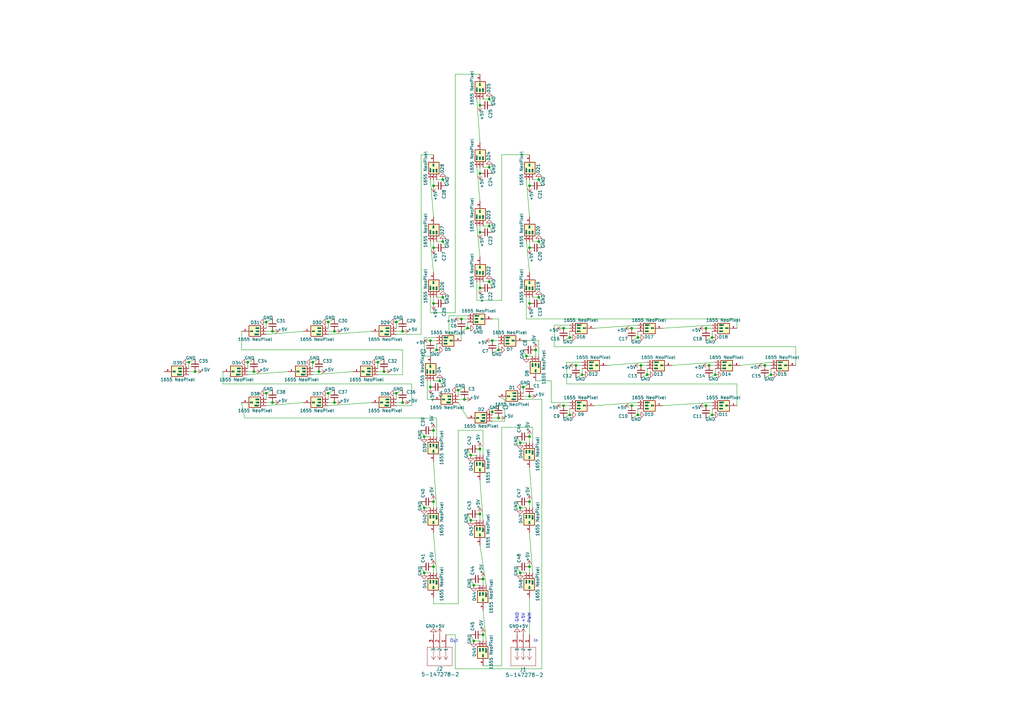
<source format=kicad_sch>
(kicad_sch (version 20250114) (generator "eeschema") (generator_version "9.0")
  (paper "A3")
  (text "In" (at 219.71 262.89 0) (effects (font (size 1.27 1.27))))
  (text "PWM" (at 217.17 253.492 90) (effects (font (size 1.27 1.27))))
  (text "GND" (at 212.09 253.238 90) (effects (font (size 1.27 1.27))))
  (text "Out\n" (at 186.182 262.89 0) (effects (font (size 1.27 1.27))))
  (text "+5V" (at 214.63 253.492 90) (effects (font (size 1.27 1.27))))
  (junction (at 201.93 168.91))
  (junction (at 130.81 152.4))
  (junction (at 231.14 134.62))
  (junction (at 217.17 101.6))
  (junction (at 194.31 262.89))
  (junction (at 217.17 179.07))
  (junction (at 316.23 153.67))
  (junction (at 265.43 153.67))
  (junction (at 196.85 210.82))
  (junction (at 193.04 213.36))
  (junction (at 259.08 134.62))
  (junction (at 157.48 152.4))
  (junction (at 165.1 135.89))
  (junction (at 217.17 205.74))
  (junction (at 204.47 171.45))
  (junction (at 217.17 232.41))
  (junction (at 261.62 170.18))
  (junction (at 200.66 115.57))
  (junction (at 173.99 234.95))
  (junction (at 101.6 148.59))
  (junction (at 200.66 68.58))
  (junction (at 104.14 152.4))
  (junction (at 193.04 186.69))
  (junction (at 137.16 135.89))
  (junction (at 196.85 118.11))
  (junction (at 220.98 73.66))
  (junction (at 137.16 165.1))
  (junction (at 259.08 166.37))
  (junction (at 220.98 121.92))
  (junction (at 181.61 99.06))
  (junction (at 289.56 166.37))
  (junction (at 181.61 73.66))
  (junction (at 177.8 124.46))
  (junction (at 77.47 148.59))
  (junction (at 198.12 260.35))
  (junction (at 238.76 153.67))
  (junction (at 213.36 234.95))
  (junction (at 196.85 95.25))
  (junction (at 176.53 139.7))
  (junction (at 111.76 165.1))
  (junction (at 180.34 156.21))
  (junction (at 196.85 43.18))
  (junction (at 177.8 205.74))
  (junction (at 162.56 132.08))
  (junction (at 204.47 143.51))
  (junction (at 154.94 148.59))
  (junction (at 196.85 184.15))
  (junction (at 290.83 149.86))
  (junction (at 201.93 139.7))
  (junction (at 261.62 138.43))
  (junction (at 214.63 158.75))
  (junction (at 177.8 76.2))
  (junction (at 128.27 148.59))
  (junction (at 134.62 132.08))
  (junction (at 200.66 92.71))
  (junction (at 109.22 132.08))
  (junction (at 109.22 161.29))
  (junction (at 191.77 134.62))
  (junction (at 219.71 143.51))
  (junction (at 213.36 208.28))
  (junction (at 200.66 40.64))
  (junction (at 233.68 170.18))
  (junction (at 181.61 121.92))
  (junction (at 198.12 237.49))
  (junction (at 134.62 161.29))
  (junction (at 196.85 71.12))
  (junction (at 189.23 130.81))
  (junction (at 176.53 158.75))
  (junction (at 293.37 153.67))
  (junction (at 162.56 161.29))
  (junction (at 292.1 170.18))
  (junction (at 111.76 135.89))
  (junction (at 177.8 101.6))
  (junction (at 165.1 165.1))
  (junction (at 187.96 160.02))
  (junction (at 313.69 149.86))
  (junction (at 262.89 149.86))
  (junction (at 194.31 240.03))
  (junction (at 177.8 232.41))
  (junction (at 233.68 138.43))
  (junction (at 190.5 163.83))
  (junction (at 173.99 179.07))
  (junction (at 292.1 138.43))
  (junction (at 217.17 76.2))
  (junction (at 177.8 176.53))
  (junction (at 231.14 166.37))
  (junction (at 173.99 208.28))
  (junction (at 236.22 149.86))
  (junction (at 217.17 162.56))
  (junction (at 80.01 152.4))
  (junction (at 215.9 146.05))
  (junction (at 220.98 99.06))
  (junction (at 289.56 134.62))
  (junction (at 213.36 181.61))
  (junction (at 179.07 143.51))
  (junction (at 217.17 124.46))
  (wire (pts (xy 198.12 240.03) (xy 198.12 237.49)))
  (wire (pts (xy 261.62 138.43) (xy 259.08 139.7)))
  (wire (pts (xy 200.66 68.58) (xy 201.93 71.12)))
  (wire (pts (xy 293.37 153.67) (xy 290.83 154.94)))
  (wire (pts (xy 198.12 92.71) (xy 200.66 92.71)))
  (wire (pts (xy 201.93 167.64) (xy 204.47 166.37)))
  (wire (pts (xy 233.68 165.1) (xy 226.06 165.1)))
  (wire (pts (xy 201.93 170.18) (xy 201.93 168.91)))
  (wire (pts (xy 128.27 148.59) (xy 130.81 147.32)))
  (wire (pts (xy 220.98 73.66) (xy 222.25 76.2)))
  (wire (pts (xy 109.22 137.16) (xy 124.46 135.89)))
  (wire (pts (xy 179.07 234.95) (xy 177.8 218.44)))
  (wire (pts (xy 261.62 167.64) (xy 261.62 170.18)))
  (wire (pts (xy 293.37 148.59) (xy 275.59 149.86)))
  (wire (pts (xy 172.72 63.5) (xy 177.8 63.5)))
  (wire (pts (xy 193.04 213.36) (xy 191.77 210.82)))
  (wire (pts (xy 181.61 73.66) (xy 182.88 76.2)))
  (wire (pts (xy 233.68 138.43) (xy 231.14 139.7)))
  (wire (pts (xy 134.62 134.62) (xy 134.62 132.08)))
  (wire (pts (xy 194.31 262.89) (xy 193.04 260.35)))
  (wire (pts (xy 226.06 165.1) (xy 226.06 156.21)))
  (wire (pts (xy 177.8 247.65) (xy 177.8 245.11)))
  (wire (pts (xy 217.17 234.95) (xy 217.17 232.41)))
  (wire (pts (xy 196.85 262.89) (xy 194.31 262.89)))
  (wire (pts (xy 177.8 208.28) (xy 177.8 205.74)))
  (wire (pts (xy 109.22 166.37) (xy 124.46 165.1)))
  (wire (pts (xy 265.43 148.59) (xy 248.92 149.86)))
  (wire (pts (xy 218.44 181.61) (xy 218.44 175.26)))
  (wire (pts (xy 215.9 73.66) (xy 217.17 88.9)))
  (wire (pts (xy 198.12 213.36) (xy 196.85 196.85)))
  (wire (pts (xy 187.96 162.56) (xy 187.96 160.02)))
  (wire (pts (xy 293.37 149.86) (xy 290.83 149.86)))
  (wire (pts (xy 233.68 134.62) (xy 231.14 134.62)))
  (wire (pts (xy 186.69 260.35) (xy 186.69 274.32)))
  (wire (pts (xy 165.1 153.67) (xy 165.1 143.51)))
  (wire (pts (xy 292.1 167.64) (xy 292.1 170.18)))
  (wire (pts (xy 187.96 176.53) (xy 187.96 247.65)))
  (wire (pts (xy 100.33 171.45) (xy 99.06 165.1)))
  (wire (pts (xy 109.22 134.62) (xy 109.22 132.08)))
  (wire (pts (xy 205.74 123.19) (xy 205.74 63.5)))
  (wire (pts (xy 238.76 149.86) (xy 236.22 149.86)))
  (wire (pts (xy 134.62 165.1) (xy 137.16 165.1)))
  (wire (pts (xy 207.01 172.72) (xy 207.01 163.83)))
  (wire (pts (xy 109.22 165.1) (xy 111.76 165.1)))
  (wire (pts (xy 128.27 151.13) (xy 128.27 148.59)))
  (wire (pts (xy 101.6 151.13) (xy 101.6 148.59)))
  (wire (pts (xy 217.17 260.35) (xy 217.17 245.11)))
  (wire (pts (xy 168.91 166.37) (xy 168.91 157.48)))
  (wire (pts (xy 162.56 165.1) (xy 165.1 165.1)))
  (wire (pts (xy 179.07 73.66) (xy 181.61 73.66)))
  (wire (pts (xy 218.44 175.26) (xy 205.74 175.26)))
  (wire (pts (xy 204.47 139.7) (xy 201.93 139.7)))
  (wire (pts (xy 302.26 130.81) (xy 302.26 134.62)))
  (wire (pts (xy 201.93 167.64) (xy 201.93 168.91)))
  (wire (pts (xy 217.17 99.06) (xy 217.17 101.6)))
  (wire (pts (xy 220.98 146.05) (xy 220.98 139.7)))
  (wire (pts (xy 109.22 161.29) (xy 111.76 160.02)))
  (wire (pts (xy 199.39 240.03) (xy 196.85 223.52)))
  (wire (pts (xy 179.07 171.45) (xy 100.33 171.45)))
  (wire (pts (xy 128.27 152.4) (xy 130.81 152.4)))
  (wire (pts (xy 134.62 166.37) (xy 152.4 165.1)))
  (wire (pts (xy 195.58 40.64) (xy 196.85 58.42)))
  (wire (pts (xy 189.23 137.16) (xy 189.23 139.7)))
  (wire (pts (xy 195.58 123.19) (xy 205.74 123.19)))
  (wire (pts (xy 176.53 179.07) (xy 173.99 179.07)))
  (wire (pts (xy 204.47 130.81) (xy 201.93 130.81)))
  (wire (pts (xy 213.36 208.28) (xy 212.09 205.74)))
  (wire (pts (xy 154.94 153.67) (xy 165.1 153.67)))
  (wire (pts (xy 181.61 121.92) (xy 182.88 124.46)))
  (wire (pts (xy 162.56 132.08) (xy 165.1 130.81)))
  (wire (pts (xy 292.1 166.37) (xy 289.56 166.37)))
  (wire (pts (xy 213.36 181.61) (xy 212.09 179.07)))
  (wire (pts (xy 293.37 151.13) (xy 293.37 153.67)))
  (wire (pts (xy 179.07 121.92) (xy 181.61 121.92)))
  (wire (pts (xy 316.23 148.59) (xy 303.53 149.86)))
  (wire (pts (xy 196.85 213.36) (xy 196.85 210.82)))
  (wire (pts (xy 316.23 149.86) (xy 313.69 149.86)))
  (wire (pts (xy 162.56 163.83) (xy 162.56 161.29)))
  (wire (pts (xy 165.1 143.51) (xy 99.06 143.51)))
  (wire (pts (xy 196.85 186.69) (xy 196.85 184.15)))
  (wire (pts (xy 233.68 166.37) (xy 231.14 166.37)))
  (wire (pts (xy 201.93 171.45) (xy 204.47 171.45)))
  (wire (pts (xy 316.23 151.13) (xy 316.23 153.67)))
  (wire (pts (xy 180.34 156.21) (xy 181.61 158.75)))
  (wire (pts (xy 173.99 234.95) (xy 172.72 232.41)))
  (wire (pts (xy 191.77 132.08) (xy 191.77 134.62)))
  (wire (pts (xy 193.04 186.69) (xy 191.77 184.15)))
  (wire (pts (xy 226.06 156.21) (xy 219.71 156.21)))
  (wire (pts (xy 179.07 138.43) (xy 173.99 138.43)))
  (wire (pts (xy 201.93 172.72) (xy 207.01 172.72)))
  (wire (pts (xy 218.44 208.28) (xy 217.17 191.77)))
  (wire (pts (xy 207.01 163.83) (xy 204.47 162.56)))
  (wire (pts (xy 176.53 156.21) (xy 176.53 158.75)))
  (wire (pts (xy 177.8 73.66) (xy 177.8 76.2)))
  (wire (pts (xy 77.47 152.4) (xy 80.01 152.4)))
  (wire (pts (xy 198.12 176.53) (xy 187.96 176.53)))
  (wire (pts (xy 218.44 99.06) (xy 220.98 99.06)))
  (wire (pts (xy 195.58 92.71) (xy 196.85 105.41)))
  (wire (pts (xy 195.58 68.58) (xy 196.85 82.55)))
  (wire (pts (xy 109.22 163.83) (xy 109.22 161.29)))
  (wire (pts (xy 217.17 208.28) (xy 217.17 205.74)))
  (wire (pts (xy 168.91 157.48) (xy 91.44 157.48)))
  (wire (pts (xy 196.85 40.64) (xy 196.85 43.18)))
  (wire (pts (xy 196.85 115.57) (xy 196.85 118.11)))
  (wire (pts (xy 217.17 73.66) (xy 217.17 76.2)))
  (wire (pts (xy 177.8 121.92) (xy 177.8 124.46)))
  (wire (pts (xy 215.9 146.05) (xy 214.63 143.51)))
  (wire (pts (xy 179.07 179.07) (xy 179.07 171.45)))
  (wire (pts (xy 176.53 128.27) (xy 186.69 128.27)))
  (wire (pts (xy 200.66 115.57) (xy 201.93 118.11)))
  (wire (pts (xy 214.63 161.29) (xy 214.63 158.75)))
  (wire (pts (xy 204.47 138.43) (xy 204.47 130.81)))
  (wire (pts (xy 176.53 234.95) (xy 173.99 234.95)))
  (wire (pts (xy 220.98 121.92) (xy 222.25 124.46)))
  (wire (pts (xy 101.6 148.59) (xy 104.14 147.32)))
  (wire (pts (xy 261.62 166.37) (xy 259.08 166.37)))
  (wire (pts (xy 227.33 133.35) (xy 227.33 142.24)))
  (wire (pts (xy 261.62 134.62) (xy 259.08 134.62)))
  (wire (pts (xy 215.9 121.92) (xy 215.9 130.81)))
  (wire (pts (xy 233.68 135.89) (xy 233.68 138.43)))
  (wire (pts (xy 194.31 240.03) (xy 193.04 237.49)))
  (wire (pts (xy 154.94 152.4) (xy 157.48 152.4)))
  (wire (pts (xy 232.41 157.48) (xy 302.26 157.48)))
  (wire (pts (xy 77.47 151.13) (xy 77.47 148.59)))
  (wire (pts (xy 198.12 40.64) (xy 200.66 40.64)))
  (wire (pts (xy 195.58 186.69) (xy 193.04 186.69)))
  (wire (pts (xy 213.36 234.95) (xy 212.09 232.41)))
  (wire (pts (xy 198.12 186.69) (xy 198.12 176.53)))
  (wire (pts (xy 154.94 148.59) (xy 157.48 147.32)))
  (wire (pts (xy 205.74 273.05) (xy 198.12 273.05)))
  (wire (pts (xy 204.47 143.51) (xy 201.93 144.78)))
  (wire (pts (xy 187.96 165.1) (xy 191.77 171.45)))
  (wire (pts (xy 220.98 99.06) (xy 222.25 101.6)))
  (wire (pts (xy 219.71 146.05) (xy 219.71 143.51)))
  (wire (pts (xy 99.06 143.51) (xy 99.06 135.89)))
  (wire (pts (xy 196.85 240.03) (xy 194.31 240.03)))
  (wire (pts (xy 195.58 213.36) (xy 193.04 213.36)))
  (wire (pts (xy 176.53 99.06) (xy 177.8 111.76)))
  (wire (pts (xy 186.69 128.27) (xy 186.69 30.48)))
  (wire (pts (xy 154.94 151.13) (xy 154.94 148.59)))
  (wire (pts (xy 265.43 153.67) (xy 262.89 154.94)))
  (wire (pts (xy 179.07 143.51) (xy 176.53 144.78)))
  (wire (pts (xy 179.07 208.28) (xy 177.8 189.23)))
  (wire (pts (xy 227.33 142.24) (xy 326.39 142.24)))
  (wire (pts (xy 215.9 234.95) (xy 213.36 234.95)))
  (wire (pts (xy 233.68 167.64) (xy 233.68 170.18)))
  (wire (pts (xy 173.99 146.05) (xy 176.53 146.05)))
  (wire (pts (xy 134.62 135.89) (xy 137.16 135.89)))
  (wire (pts (xy 177.8 234.95) (xy 177.8 232.41)))
  (wire (pts (xy 109.22 132.08) (xy 111.76 130.81)))
  (wire (pts (xy 177.8 99.06) (xy 177.8 101.6)))
  (wire (pts (xy 200.66 92.71) (xy 201.93 95.25)))
  (wire (pts (xy 238.76 151.13) (xy 238.76 153.67)))
  (wire (pts (xy 162.56 135.89) (xy 165.1 135.89)))
  (wire (pts (xy 265.43 151.13) (xy 265.43 153.67)))
  (wire (pts (xy 199.39 262.89) (xy 198.12 250.19)))
  (wire (pts (xy 191.77 129.54) (xy 184.15 129.54)))
  (wire (pts (xy 187.96 163.83) (xy 190.5 163.83)))
  (wire (pts (xy 182.88 260.35) (xy 186.69 260.35)))
  (wire (pts (xy 200.66 40.64) (xy 201.93 43.18)))
  (wire (pts (xy 218.44 146.05) (xy 215.9 146.05)))
  (wire (pts (xy 292.1 135.89) (xy 292.1 138.43)))
  (wire (pts (xy 198.12 115.57) (xy 200.66 115.57)))
  (wire (pts (xy 77.47 148.59) (xy 80.01 147.32)))
  (wire (pts (xy 179.07 139.7) (xy 176.53 139.7)))
  (wire (pts (xy 101.6 152.4) (xy 104.14 152.4)))
  (wire (pts (xy 101.6 153.67) (xy 118.11 152.4)))
  (wire (pts (xy 193.04 134.62) (xy 191.77 134.62)))
  (wire (pts (xy 134.62 161.29) (xy 137.16 160.02)))
  (wire (pts (xy 191.77 134.62) (xy 189.23 135.89)))
  (wire (pts (xy 134.62 137.16) (xy 152.4 135.89)))
  (wire (pts (xy 179.07 140.97) (xy 179.07 143.51)))
  (wire (pts (xy 217.17 181.61) (xy 217.17 179.07)))
  (wire (pts (xy 186.69 274.32) (xy 222.25 274.32)))
  (wire (pts (xy 179.07 99.06) (xy 181.61 99.06)))
  (wire (pts (xy 109.22 135.89) (xy 111.76 135.89)))
  (wire (pts (xy 173.99 138.43) (xy 173.99 146.05)))
  (wire (pts (xy 181.61 99.06) (xy 182.88 101.6)))
  (wire (pts (xy 184.15 137.16) (xy 189.23 137.16)))
  (wire (pts (xy 196.85 92.71) (xy 196.85 95.25)))
  (wire (pts (xy 191.77 130.81) (xy 189.23 130.81)))
  (wire (pts (xy 261.62 133.35) (xy 243.84 134.62)))
  (wire (pts (xy 177.8 156.21) (xy 180.34 156.21)))
  (wire (pts (xy 176.53 73.66) (xy 177.8 88.9)))
  (wire (pts (xy 205.74 175.26) (xy 205.74 273.05)))
  (wire (pts (xy 233.68 170.18) (xy 231.14 171.45)))
  (wire (pts (xy 91.44 157.48) (xy 91.44 152.4)))
  (wire (pts (xy 195.58 115.57) (xy 195.58 123.19)))
  (wire (pts (xy 218.44 73.66) (xy 220.98 73.66)))
  (wire (pts (xy 172.72 137.16) (xy 172.72 63.5)))
  (wire (pts (xy 218.44 121.92) (xy 220.98 121.92)))
  (wire (pts (xy 205.74 63.5) (xy 217.17 63.5)))
  (wire (pts (xy 176.53 121.92) (xy 176.53 128.27)))
  (wire (pts (xy 326.39 142.24) (xy 326.39 149.86)))
  (wire (pts (xy 233.68 133.35) (xy 227.33 133.35)))
  (wire (pts (xy 292.1 170.18) (xy 289.56 171.45)))
  (wire (pts (xy 215.9 208.28) (xy 213.36 208.28)))
  (wire (pts (xy 215.9 99.06) (xy 217.17 111.76)))
  (wire (pts (xy 186.69 30.48) (xy 196.85 30.48)))
  (wire (pts (xy 198.12 68.58) (xy 200.66 68.58)))
  (wire (pts (xy 162.56 134.62) (xy 162.56 132.08)))
  (wire (pts (xy 175.26 163.83) (xy 177.8 163.83)))
  (wire (pts (xy 222.25 163.83) (xy 222.25 274.32)))
  (wire (pts (xy 261.62 170.18) (xy 259.08 171.45)))
  (wire (pts (xy 184.15 129.54) (xy 184.15 137.16)))
  (wire (pts (xy 261.62 165.1) (xy 243.84 166.37)))
  (wire (pts (xy 238.76 148.59) (xy 232.41 148.59)))
  (wire (pts (xy 261.62 135.89) (xy 261.62 138.43)))
  (wire (pts (xy 173.99 179.07) (xy 172.72 176.53)))
  (wire (pts (xy 214.63 158.75) (xy 217.17 157.48)))
  (wire (pts (xy 177.8 179.07) (xy 177.8 176.53)))
  (wire (pts (xy 198.12 262.89) (xy 198.12 260.35)))
  (wire (pts (xy 128.27 153.67) (xy 144.78 152.4)))
  (wire (pts (xy 162.56 137.16) (xy 172.72 137.16)))
  (wire (pts (xy 175.26 156.21) (xy 175.26 163.83)))
  (wire (pts (xy 134.62 132.08) (xy 137.16 130.81)))
  (wire (pts (xy 292.1 165.1) (xy 271.78 166.37)))
  (wire (pts (xy 217.17 121.92) (xy 217.17 124.46)))
  (wire (pts (xy 292.1 134.62) (xy 289.56 134.62)))
  (wire (pts (xy 215.9 181.61) (xy 213.36 181.61)))
  (wire (pts (xy 162.56 166.37) (xy 168.91 166.37)))
  (wire (pts (xy 214.63 162.56) (xy 217.17 162.56)))
  (wire (pts (xy 220.98 139.7) (xy 214.63 139.7)))
  (wire (pts (xy 162.56 161.29) (xy 165.1 160.02)))
  (wire (pts (xy 238.76 153.67) (xy 236.22 154.94)))
  (wire (pts (xy 196.85 68.58) (xy 196.85 71.12)))
  (wire (pts (xy 187.96 160.02) (xy 190.5 158.75)))
  (wire (pts (xy 173.99 208.28) (xy 172.72 205.74)))
  (wire (pts (xy 134.62 163.83) (xy 134.62 161.29)))
  (wire (pts (xy 265.43 149.86) (xy 262.89 149.86)))
  (wire (pts (xy 316.23 153.67) (xy 313.69 154.94)))
  (wire (pts (xy 187.96 247.65) (xy 177.8 247.65)))
  (wire (pts (xy 292.1 138.43) (xy 289.56 139.7)))
  (wire (pts (xy 232.41 148.59) (xy 232.41 157.48)))
  (wire (pts (xy 215.9 130.81) (xy 302.26 130.81)))
  (wire (pts (xy 292.1 133.35) (xy 271.78 134.62)))
  (wire (pts (xy 218.44 234.95) (xy 217.17 218.44)))
  (wire (pts (xy 176.53 208.28) (xy 173.99 208.28)))
  (wire (pts (xy 204.47 140.97) (xy 204.47 143.51)))
  (wire (pts (xy 302.26 157.48) (xy 302.26 166.37)))
  (wire (pts (xy 214.63 163.83) (xy 222.25 163.83)))
  (symbol (lib_id "Device:C_Small") (at 190.5 161.29 180) (unit 1)
    (property "Reference" "C3" (at 192.024 159.512 0) (effects (justify right)))
    (property "Value" "C_Small" (effects (hide yes)))
    (property "Footprint" "CustomParts:CAPC1005X55N" (effects (hide yes)))
    (property "Description" "Unpolarized capacitor, small symbol" (effects (hide yes)))
  )
  (symbol (lib_id "Device:C_Small") (at 104.14 149.86 180) (unit 1)
    (property "Reference" "C34" (at 105.664 148.082 0) (effects (justify right)))
    (property "Value" "C_Small" (effects (hide yes)))
    (property "Footprint" "CustomParts:CAPC1005X55N" (effects (hide yes)))
    (property "Description" "Unpolarized capacitor, small symbol" (effects (hide yes)))
  )
  (symbol (lib_id "CustomParts:1655") (at 266.7 156.21 180) (unit 1)
    (property "Reference" "D13" (at 270.002 153.416 0))
    (property "Value" "1655 NeoPixel" (at 270.002 146.558 0))
    (property "Footprint" "CustomParts:LED_1655" (effects (hide yes)))
    (property "Description" "https://cdn-shop.adafruit.com/product-files/1655/SKC6812RV__12VOP0274E_REV.A1_EN%2812%29.pdf" (effects (hide yes)))
    (property "PARTREV" "01" (effects (hide yes)))
    (property "MANUFACTURER" "Adafruit Industries" (effects (hide yes)))
    (property "MAXIMUM_PACKAGE_HEIGHT" "1.6 mm" (effects (hide yes)))
    (property "STANDARD" "Manufacturer recommendations" (effects (hide yes)))
  )
  (symbol (lib_id "power:+5V") (at 313.69 149.86 90) (unit 1)
    (property "Reference" "#PWR030" (effects (hide yes)))
    (property "Value" "+5V" (at 311.658 150.622 90) (effects (justify left)))
    (property "Description" "Power symbol creates a global label with name \"+5V\"" (effects (hide yes)))
  )
  (symbol (lib_id "Device:C_Small") (at 189.23 133.35 0) (unit 1)
    (property "Reference" "C6" (at 187.452 133.604 0) (effects (justify right)))
    (property "Value" "C_Small" (effects (hide yes)))
    (property "Footprint" "CustomParts:CAPC1005X55N" (effects (hide yes)))
    (property "Description" "Unpolarized capacitor, small symbol" (effects (hide yes)))
  )
  (symbol (lib_id "power:GND") (at 181.61 73.66 180) (unit 1)
    (property "Reference" "#PWR055" (effects (hide yes)))
    (property "Value" "GND" (at 183.388 76.454 90) (effects (justify right)))
    (property "Description" "Power symbol creates a global label with name \"GND\" , ground" (effects (hide yes)))
  )
  (symbol (lib_id "Device:C_Small") (at 179.07 158.75 90) (unit 1)
    (property "Reference" "C4" (at 180.848 160.274 0) (effects (justify right)))
    (property "Value" "C_Small" (effects (hide yes)))
    (property "Footprint" "CustomParts:CAPC1005X55N" (effects (hide yes)))
    (property "Description" "Unpolarized capacitor, small symbol" (effects (hide yes)))
  )
  (symbol (lib_id "CustomParts:1655") (at 153.67 146.05 0) (unit 1)
    (property "Reference" "D32" (at 150.368 148.844 0))
    (property "Value" "1655 NeoPixel" (at 150.368 155.702 0))
    (property "Footprint" "CustomParts:LED_1655" (effects (hide yes)))
    (property "Description" "https://cdn-shop.adafruit.com/product-files/1655/SKC6812RV__12VOP0274E_REV.A1_EN%2812%29.pdf" (effects (hide yes)))
    (property "PARTREV" "01" (effects (hide yes)))
    (property "MANUFACTURER" "Adafruit Industries" (effects (hide yes)))
    (property "MAXIMUM_PACKAGE_HEIGHT" "1.6 mm" (effects (hide yes)))
    (property "STANDARD" "Manufacturer recommendations" (effects (hide yes)))
  )
  (symbol (lib_id "power:GND") (at 316.23 153.67 90) (unit 1)
    (property "Reference" "#PWR029" (effects (hide yes)))
    (property "Value" "GND" (at 313.436 155.448 90) (effects (justify right)))
    (property "Description" "Power symbol creates a global label with name \"GND\" , ground" (effects (hide yes)))
  )
  (symbol (lib_id "power:GND") (at 128.27 148.59 270) (unit 1)
    (property "Reference" "#PWR065" (effects (hide yes)))
    (property "Value" "GND" (at 131.064 146.812 90) (effects (justify right)))
    (property "Description" "Power symbol creates a global label with name \"GND\" , ground" (effects (hide yes)))
  )
  (symbol (lib_id "Device:C_Small") (at 289.56 137.16 0) (unit 1)
    (property "Reference" "C18" (at 288.036 138.938 0) (effects (justify right)))
    (property "Value" "C_Small" (effects (hide yes)))
    (property "Footprint" "CustomParts:CAPC1005X55N" (effects (hide yes)))
    (property "Description" "Unpolarized capacitor, small symbol" (effects (hide yes)))
  )
  (symbol (lib_id "CustomParts:1655") (at 171.45 236.22 90) (unit 1)
    (property "Reference" "D41" (at 174.244 239.522 0))
    (property "Value" "1655 NeoPixel" (at 181.102 239.522 0))
    (property "Footprint" "CustomParts:LED_1655" (effects (hide yes)))
    (property "Description" "https://cdn-shop.adafruit.com/product-files/1655/SKC6812RV__12VOP0274E_REV.A1_EN%2812%29.pdf" (effects (hide yes)))
    (property "PARTREV" "01" (effects (hide yes)))
    (property "MANUFACTURER" "Adafruit Industries" (effects (hide yes)))
    (property "MAXIMUM_PACKAGE_HEIGHT" "1.6 mm" (effects (hide yes)))
    (property "STANDARD" "Manufacturer recommendations" (effects (hide yes)))
  )
  (symbol (lib_id "Device:C_Small") (at 175.26 176.53 270) (unit 1)
    (property "Reference" "C39" (at 173.482 175.006 0) (effects (justify right)))
    (property "Value" "C_Small" (effects (hide yes)))
    (property "Footprint" "CustomParts:CAPC1005X55N" (effects (hide yes)))
    (property "Description" "Unpolarized capacitor, small symbol" (effects (hide yes)))
  )
  (symbol (lib_id "CustomParts:1655") (at 190.5 214.63 90) (unit 1)
    (property "Reference" "D43" (at 193.294 217.932 0))
    (property "Value" "1655 NeoPixel" (at 200.152 217.932 0))
    (property "Footprint" "CustomParts:LED_1655" (effects (hide yes)))
    (property "Description" "https://cdn-shop.adafruit.com/product-files/1655/SKC6812RV__12VOP0274E_REV.A1_EN%2812%29.pdf" (effects (hide yes)))
    (property "PARTREV" "01" (effects (hide yes)))
    (property "MANUFACTURER" "Adafruit Industries" (effects (hide yes)))
    (property "MAXIMUM_PACKAGE_HEIGHT" "1.6 mm" (effects (hide yes)))
    (property "STANDARD" "Manufacturer recommendations" (effects (hide yes)))
  )
  (symbol (lib_id "Device:C_Small") (at 175.26 232.41 270) (unit 1)
    (property "Reference" "C41" (at 173.482 230.886 0) (effects (justify right)))
    (property "Value" "C_Small" (effects (hide yes)))
    (property "Footprint" "CustomParts:CAPC1005X55N" (effects (hide yes)))
    (property "Description" "Unpolarized capacitor, small symbol" (effects (hide yes)))
  )
  (symbol (lib_id "CustomParts:1655") (at 213.36 156.21 0) (unit 1)
    (property "Reference" "D1" (at 210.058 159.004 0))
    (property "Value" "1655 NeoPixel" (at 210.058 165.862 0))
    (property "Footprint" "CustomParts:LED_1655" (effects (hide yes)))
    (property "Description" "https://cdn-shop.adafruit.com/product-files/1655/SKC6812RV__12VOP0274E_REV.A1_EN%2812%29.pdf" (effects (hide yes)))
    (property "PARTREV" "01" (effects (hide yes)))
    (property "MANUFACTURER" "Adafruit Industries" (effects (hide yes)))
    (property "MAXIMUM_PACKAGE_HEIGHT" "1.6 mm" (effects (hide yes)))
    (property "STANDARD" "Manufacturer recommendations" (effects (hide yes)))
  )
  (symbol (lib_id "CustomParts:1655") (at 100.33 146.05 0) (unit 1)
    (property "Reference" "D34" (at 97.028 148.844 0))
    (property "Value" "1655 NeoPixel" (at 97.028 155.702 0))
    (property "Footprint" "CustomParts:LED_1655" (effects (hide yes)))
    (property "Description" "https://cdn-shop.adafruit.com/product-files/1655/SKC6812RV__12VOP0274E_REV.A1_EN%2812%29.pdf" (effects (hide yes)))
    (property "PARTREV" "01" (effects (hide yes)))
    (property "MANUFACTURER" "Adafruit Industries" (effects (hide yes)))
    (property "MAXIMUM_PACKAGE_HEIGHT" "1.6 mm" (effects (hide yes)))
    (property "STANDARD" "Manufacturer recommendations" (effects (hide yes)))
  )
  (symbol (lib_id "Device:C_Small") (at 195.58 260.35 270) (unit 1)
    (property "Reference" "C45" (at 193.802 258.826 0) (effects (justify right)))
    (property "Value" "C_Small" (effects (hide yes)))
    (property "Footprint" "CustomParts:CAPC1005X55N" (effects (hide yes)))
    (property "Description" "Unpolarized capacitor, small symbol" (effects (hide yes)))
  )
  (symbol (lib_id "CustomParts:5-147278-2") (at 220.98 264.16 270) (unit 1)
    (property "Reference" "J1" (at 213.106 274.574 90) (effects (font (size 1.524 1.524)) (justify left)))
    (property "Value" "5-147278-2" (at 207.264 276.86 90) (effects (font (size 1.524 1.524)) (justify left)))
    (property "Footprint" "CustomParts:CONN3_5-147278-2_TEC" (effects (hide yes)))
    (property "Datasheet" "5-147278-2" (effects (hide yes)))
    (property "Description" "https://www.te.com/usa-en/product-5-147278-2.datasheet.pdf" (effects (hide yes)))
  )
  (symbol (lib_id "Device:C_Small") (at 195.58 237.49 270) (unit 1)
    (property "Reference" "C44" (at 193.802 235.966 0) (effects (justify right)))
    (property "Value" "C_Small" (effects (hide yes)))
    (property "Footprint" "CustomParts:CAPC1005X55N" (effects (hide yes)))
    (property "Description" "Unpolarized capacitor, small symbol" (effects (hide yes)))
  )
  (symbol (lib_id "Device:C_Small") (at 201.93 142.24 0) (unit 1)
    (property "Reference" "C7" (at 200.406 144.018 0) (effects (justify right)))
    (property "Value" "C_Small" (effects (hide yes)))
    (property "Footprint" "CustomParts:CAPC1005X55N" (effects (hide yes)))
    (property "Description" "Unpolarized capacitor, small symbol" (effects (hide yes)))
  )
  (symbol (lib_id "Device:C_Small") (at 231.14 168.91 0) (unit 1)
    (property "Reference" "C9" (at 229.616 170.688 0) (effects (justify right)))
    (property "Value" "C_Small" (effects (hide yes)))
    (property "Footprint" "CustomParts:CAPC1005X55N" (effects (hide yes)))
    (property "Description" "Unpolarized capacitor, small symbol" (effects (hide yes)))
  )
  (symbol (lib_id "power:+5V") (at 80.01 152.4 270) (unit 1)
    (property "Reference" "#PWR070" (effects (hide yes)))
    (property "Value" "+5V" (at 82.042 151.638 90) (effects (justify left)))
    (property "Description" "Power symbol creates a global label with name \"+5V\"" (effects (hide yes)))
  )
  (symbol (lib_id "Device:C_Small") (at 180.34 124.46 90) (unit 1)
    (property "Reference" "C26" (at 182.118 125.984 0) (effects (justify right)))
    (property "Value" "C_Small" (effects (hide yes)))
    (property "Footprint" "CustomParts:CAPC1005X55N" (effects (hide yes)))
    (property "Description" "Unpolarized capacitor, small symbol" (effects (hide yes)))
  )
  (symbol (lib_id "CustomParts:1655") (at 223.52 97.79 270) (unit 1)
    (property "Reference" "D20" (at 220.726 94.488 0))
    (property "Value" "1655 NeoPixel" (at 213.868 94.488 0))
    (property "Footprint" "CustomParts:LED_1655" (effects (hide yes)))
    (property "Description" "https://cdn-shop.adafruit.com/product-files/1655/SKC6812RV__12VOP0274E_REV.A1_EN%2812%29.pdf" (effects (hide yes)))
    (property "PARTREV" "01" (effects (hide yes)))
    (property "MANUFACTURER" "Adafruit Industries" (effects (hide yes)))
    (property "MAXIMUM_PACKAGE_HEIGHT" "1.6 mm" (effects (hide yes)))
    (property "STANDARD" "Manufacturer recommendations" (effects (hide yes)))
  )
  (symbol (lib_id "power:+5V") (at 198.12 237.49 0) (unit 1)
    (property "Reference" "#PWR088" (effects (hide yes)))
    (property "Value" "+5V" (at 197.358 235.458 90) (effects (justify left)))
    (property "Description" "Power symbol creates a global label with name \"+5V\"" (effects (hide yes)))
  )
  (symbol (lib_id "power:GND") (at 220.98 73.66 180) (unit 1)
    (property "Reference" "#PWR041" (effects (hide yes)))
    (property "Value" "GND" (at 222.758 76.454 90) (effects (justify right)))
    (property "Description" "Power symbol creates a global label with name \"GND\" , ground" (effects (hide yes)))
  )
  (symbol (lib_id "power:GND") (at 201.93 168.91 270) (unit 1)
    (property "Reference" "#PWR03" (effects (hide yes)))
    (property "Value" "GND" (at 204.724 167.132 90) (effects (justify right)))
    (property "Description" "Power symbol creates a global label with name \"GND\" , ground" (effects (hide yes)))
  )
  (symbol (lib_id "CustomParts:1655") (at 200.66 165.1 0) (unit 1)
    (property "Reference" "D2" (at 197.358 167.894 0))
    (property "Value" "1655 NeoPixel" (at 197.358 174.752 0))
    (property "Footprint" "CustomParts:LED_1655" (effects (hide yes)))
    (property "Description" "https://cdn-shop.adafruit.com/product-files/1655/SKC6812RV__12VOP0274E_REV.A1_EN%2812%29.pdf" (effects (hide yes)))
    (property "PARTREV" "01" (effects (hide yes)))
    (property "MANUFACTURER" "Adafruit Industries" (effects (hide yes)))
    (property "MAXIMUM_PACKAGE_HEIGHT" "1.6 mm" (effects (hide yes)))
    (property "STANDARD" "Manufacturer recommendations" (effects (hide yes)))
  )
  (symbol (lib_id "power:+5V") (at 111.76 165.1 270) (unit 1)
    (property "Reference" "#PWR076" (effects (hide yes)))
    (property "Value" "+5V" (at 113.792 164.338 90) (effects (justify left)))
    (property "Description" "Power symbol creates a global label with name \"+5V\"" (effects (hide yes)))
  )
  (symbol (lib_id "power:GND") (at 180.34 156.21 180) (unit 1)
    (property "Reference" "#PWR07" (effects (hide yes)))
    (property "Value" "GND" (at 182.118 159.004 90) (effects (justify right)))
    (property "Description" "Power symbol creates a global label with name \"GND\" , ground" (effects (hide yes)))
  )
  (symbol (lib_id "Device:C_Small") (at 219.71 101.6 90) (unit 1)
    (property "Reference" "C20" (at 221.488 103.124 0) (effects (justify right)))
    (property "Value" "C_Small" (effects (hide yes)))
    (property "Footprint" "CustomParts:CAPC1005X55N" (effects (hide yes)))
    (property "Description" "Unpolarized capacitor, small symbol" (effects (hide yes)))
  )
  (symbol (lib_id "CustomParts:1655") (at 210.82 236.22 90) (unit 1)
    (property "Reference" "D48" (at 213.614 239.522 0))
    (property "Value" "1655 NeoPixel" (at 220.472 239.522 0))
    (property "Footprint" "CustomParts:LED_1655" (effects (hide yes)))
    (property "Description" "https://cdn-shop.adafruit.com/product-files/1655/SKC6812RV__12VOP0274E_REV.A1_EN%2812%29.pdf" (effects (hide yes)))
    (property "PARTREV" "01" (effects (hide yes)))
    (property "MANUFACTURER" "Adafruit Industries" (effects (hide yes)))
    (property "MAXIMUM_PACKAGE_HEIGHT" "1.6 mm" (effects (hide yes)))
    (property "STANDARD" "Manufacturer recommendations" (effects (hide yes)))
  )
  (symbol (lib_id "power:+5V") (at 201.93 139.7 90) (unit 1)
    (property "Reference" "#PWR014" (effects (hide yes)))
    (property "Value" "+5V" (at 199.898 140.462 90) (effects (justify left)))
    (property "Description" "Power symbol creates a global label with name \"+5V\"" (effects (hide yes)))
  )
  (symbol (lib_id "CustomParts:1655") (at 203.2 39.37 270) (unit 1)
    (property "Reference" "D25" (at 200.406 36.068 0))
    (property "Value" "1655 NeoPixel" (at 193.548 36.068 0))
    (property "Footprint" "CustomParts:LED_1655" (effects (hide yes)))
    (property "Description" "https://cdn-shop.adafruit.com/product-files/1655/SKC6812RV__12VOP0274E_REV.A1_EN%2812%29.pdf" (effects (hide yes)))
    (property "PARTREV" "01" (effects (hide yes)))
    (property "MANUFACTURER" "Adafruit Industries" (effects (hide yes)))
    (property "MAXIMUM_PACKAGE_HEIGHT" "1.6 mm" (effects (hide yes)))
    (property "STANDARD" "Manufacturer recommendations" (effects (hide yes)))
  )
  (symbol (lib_id "Device:C_Small") (at 137.16 133.35 180) (unit 1)
    (property "Reference" "C30" (at 138.684 131.572 0) (effects (justify right)))
    (property "Value" "C_Small" (effects (hide yes)))
    (property "Footprint" "CustomParts:CAPC1005X55N" (effects (hide yes)))
    (property "Description" "Unpolarized capacitor, small symbol" (effects (hide yes)))
  )
  (symbol (lib_id "power:GND") (at 187.96 160.02 270) (unit 1)
    (property "Reference" "#PWR05" (effects (hide yes)))
    (property "Value" "GND" (at 190.754 158.242 90) (effects (justify right)))
    (property "Description" "Power symbol creates a global label with name \"GND\" , ground" (effects (hide yes)))
  )
  (symbol (lib_id "CustomParts:1655") (at 191.77 241.3 90) (unit 1)
    (property "Reference" "D44" (at 194.564 244.602 0))
    (property "Value" "1655 NeoPixel" (at 201.422 244.602 0))
    (property "Footprint" "CustomParts:LED_1655" (effects (hide yes)))
    (property "Description" "https://cdn-shop.adafruit.com/product-files/1655/SKC6812RV__12VOP0274E_REV.A1_EN%2812%29.pdf" (effects (hide yes)))
    (property "PARTREV" "01" (effects (hide yes)))
    (property "MANUFACTURER" "Adafruit Industries" (effects (hide yes)))
    (property "MAXIMUM_PACKAGE_HEIGHT" "1.6 mm" (effects (hide yes)))
    (property "STANDARD" "Manufacturer recommendations" (effects (hide yes)))
  )
  (symbol (lib_id "Device:C_Small") (at 231.14 137.16 0) (unit 1)
    (property "Reference" "C16" (at 229.616 138.938 0) (effects (justify right)))
    (property "Value" "C_Small" (effects (hide yes)))
    (property "Footprint" "CustomParts:CAPC1005X55N" (effects (hide yes)))
    (property "Description" "Unpolarized capacitor, small symbol" (effects (hide yes)))
  )
  (symbol (lib_id "power:+5V") (at 204.47 171.45 270) (unit 1)
    (property "Reference" "#PWR04" (effects (hide yes)))
    (property "Value" "+5V" (at 206.502 170.688 90) (effects (justify left)))
    (property "Description" "Power symbol creates a global label with name \"+5V\"" (effects (hide yes)))
  )
  (symbol (lib_id "power:+5V") (at 196.85 118.11 180) (unit 1)
    (property "Reference" "#PWR044" (effects (hide yes)))
    (property "Value" "+5V" (at 197.612 120.142 90) (effects (justify left)))
    (property "Description" "Power symbol creates a global label with name \"+5V\"" (effects (hide yes)))
  )
  (symbol (lib_id "power:GND") (at 220.98 121.92 180) (unit 1)
    (property "Reference" "#PWR037" (effects (hide yes)))
    (property "Value" "GND" (at 222.758 124.714 90) (effects (justify right)))
    (property "Description" "Power symbol creates a global label with name \"GND\" , ground" (effects (hide yes)))
  )
  (symbol (lib_id "Device:C_Small") (at 259.08 168.91 0) (unit 1)
    (property "Reference" "C10" (at 257.556 170.688 0) (effects (justify right)))
    (property "Value" "C_Small" (effects (hide yes)))
    (property "Footprint" "CustomParts:CAPC1005X55N" (effects (hide yes)))
    (property "Description" "Unpolarized capacitor, small symbol" (effects (hide yes)))
  )
  (symbol (lib_id "Device:C_Small") (at 176.53 142.24 0) (unit 1)
    (property "Reference" "C5" (at 175.006 144.018 0) (effects (justify right)))
    (property "Value" "C_Small" (effects (hide yes)))
    (property "Footprint" "CustomParts:CAPC1005X55N" (effects (hide yes)))
    (property "Description" "Unpolarized capacitor, small symbol" (effects (hide yes)))
  )
  (symbol (lib_id "power:GND") (at 293.37 153.67 90) (unit 1)
    (property "Reference" "#PWR027" (effects (hide yes)))
    (property "Value" "GND" (at 290.576 155.448 90) (effects (justify right)))
    (property "Description" "Power symbol creates a global label with name \"GND\" , ground" (effects (hide yes)))
  )
  (symbol (lib_id "power:+5V") (at 180.34 260.35 0) (unit 1)
    (property "Reference" "#PWR0100" (effects (hide yes)))
    (property "Value" "+5V" (at 180.34 256.794 0))
    (property "Description" "Power symbol creates a global label with name \"+5V\"" (effects (hide yes)))
  )
  (symbol (lib_id "power:+5V") (at 177.8 76.2 180) (unit 1)
    (property "Reference" "#PWR056" (effects (hide yes)))
    (property "Value" "+5V" (at 178.562 78.232 90) (effects (justify left)))
    (property "Description" "Power symbol creates a global label with name \"+5V\"" (effects (hide yes)))
  )
  (symbol (lib_id "Device:C_Small") (at 199.39 43.18 90) (unit 1)
    (property "Reference" "C25" (at 201.168 44.704 0) (effects (justify right)))
    (property "Value" "C_Small" (effects (hide yes)))
    (property "Footprint" "CustomParts:CAPC1005X55N" (effects (hide yes)))
    (property "Description" "Unpolarized capacitor, small symbol" (effects (hide yes)))
  )
  (symbol (lib_id "power:+5V") (at 290.83 149.86 90) (unit 1)
    (property "Reference" "#PWR028" (effects (hide yes)))
    (property "Value" "+5V" (at 288.798 150.622 90) (effects (justify left)))
    (property "Description" "Power symbol creates a global label with name \"+5V\"" (effects (hide yes)))
  )
  (symbol (lib_id "power:+5V") (at 196.85 43.18 180) (unit 1)
    (property "Reference" "#PWR050" (effects (hide yes)))
    (property "Value" "+5V" (at 197.612 45.212 90) (effects (justify left)))
    (property "Description" "Power symbol creates a global label with name \"+5V\"" (effects (hide yes)))
  )
  (symbol (lib_id "power:GND") (at 265.43 153.67 90) (unit 1)
    (property "Reference" "#PWR025" (effects (hide yes)))
    (property "Value" "GND" (at 262.636 155.448 90) (effects (justify right)))
    (property "Description" "Power symbol creates a global label with name \"GND\" , ground" (effects (hide yes)))
  )
  (symbol (lib_id "power:+5V") (at 177.8 176.53 0) (unit 1)
    (property "Reference" "#PWR078" (effects (hide yes)))
    (property "Value" "+5V" (at 177.038 174.498 90) (effects (justify left)))
    (property "Description" "Power symbol creates a global label with name \"+5V\"" (effects (hide yes)))
  )
  (symbol (lib_id "power:GND") (at 204.47 143.51 90) (unit 1)
    (property "Reference" "#PWR013" (effects (hide yes)))
    (property "Value" "GND" (at 201.676 145.288 90) (effects (justify right)))
    (property "Description" "Power symbol creates a global label with name \"GND\" , ground" (effects (hide yes)))
  )
  (symbol (lib_id "power:+5V") (at 217.17 101.6 180) (unit 1)
    (property "Reference" "#PWR040" (effects (hide yes)))
    (property "Value" "+5V" (at 217.932 103.632 90) (effects (justify left)))
    (property "Description" "Power symbol creates a global label with name \"+5V\"" (effects (hide yes)))
  )
  (symbol (lib_id "power:GND") (at 213.36 234.95 0) (unit 1)
    (property "Reference" "#PWR095" (effects (hide yes)))
    (property "Value" "GND" (at 211.582 232.156 90) (effects (justify right)))
    (property "Description" "Power symbol creates a global label with name \"GND\" , ground" (effects (hide yes)))
  )
  (symbol (lib_id "power:+5V") (at 236.22 149.86 90) (unit 1)
    (property "Reference" "#PWR024" (effects (hide yes)))
    (property "Value" "+5V" (at 234.188 150.622 90) (effects (justify left)))
    (property "Description" "Power symbol creates a global label with name \"+5V\"" (effects (hide yes)))
  )
  (symbol (lib_id "CustomParts:1655") (at 107.95 129.54 0) (unit 1)
    (property "Reference" "D31" (at 104.648 132.334 0))
    (property "Value" "1655 NeoPixel" (at 104.648 139.192 0))
    (property "Footprint" "CustomParts:LED_1655" (effects (hide yes)))
    (property "Description" "https://cdn-shop.adafruit.com/product-files/1655/SKC6812RV__12VOP0274E_REV.A1_EN%2812%29.pdf" (effects (hide yes)))
    (property "PARTREV" "01" (effects (hide yes)))
    (property "MANUFACTURER" "Adafruit Industries" (effects (hide yes)))
    (property "MAXIMUM_PACKAGE_HEIGHT" "1.6 mm" (effects (hide yes)))
    (property "STANDARD" "Manufacturer recommendations" (effects (hide yes)))
  )
  (symbol (lib_id "power:GND") (at 134.62 132.08 270) (unit 1)
    (property "Reference" "#PWR059" (effects (hide yes)))
    (property "Value" "GND" (at 137.414 130.302 90) (effects (justify right)))
    (property "Description" "Power symbol creates a global label with name \"GND\" , ground" (effects (hide yes)))
  )
  (symbol (lib_id "Device:C_Small") (at 262.89 152.4 0) (unit 1)
    (property "Reference" "C13" (at 261.366 154.178 0) (effects (justify right)))
    (property "Value" "C_Small" (effects (hide yes)))
    (property "Footprint" "CustomParts:CAPC1005X55N" (effects (hide yes)))
    (property "Description" "Unpolarized capacitor, small symbol" (effects (hide yes)))
  )
  (symbol (lib_id "Device:C_Small") (at 157.48 149.86 180) (unit 1)
    (property "Reference" "C32" (at 159.004 148.082 0) (effects (justify right)))
    (property "Value" "C_Small" (effects (hide yes)))
    (property "Footprint" "CustomParts:CAPC1005X55N" (effects (hide yes)))
    (property "Description" "Unpolarized capacitor, small symbol" (effects (hide yes)))
  )
  (symbol (lib_id "power:+5V") (at 177.8 232.41 0) (unit 1)
    (property "Reference" "#PWR082" (effects (hide yes)))
    (property "Value" "+5V" (at 177.038 230.378 90) (effects (justify left)))
    (property "Description" "Power symbol creates a global label with name \"+5V\"" (effects (hide yes)))
  )
  (symbol (lib_id "power:+5V") (at 196.85 71.12 180) (unit 1)
    (property "Reference" "#PWR048" (effects (hide yes)))
    (property "Value" "+5V" (at 197.612 73.152 90) (effects (justify left)))
    (property "Description" "Power symbol creates a global label with name \"+5V\"" (effects (hide yes)))
  )
  (symbol (lib_id "CustomParts:1655") (at 205.74 146.05 180) (unit 1)
    (property "Reference" "D7" (at 209.042 143.256 0))
    (property "Value" "1655 NeoPixel" (at 209.042 136.398 0))
    (property "Footprint" "CustomParts:LED_1655" (effects (hide yes)))
    (property "Description" "https://cdn-shop.adafruit.com/product-files/1655/SKC6812RV__12VOP0274E_REV.A1_EN%2812%29.pdf" (effects (hide yes)))
    (property "PARTREV" "01" (effects (hide yes)))
    (property "MANUFACTURER" "Adafruit Industries" (effects (hide yes)))
    (property "MAXIMUM_PACKAGE_HEIGHT" "1.6 mm" (effects (hide yes)))
    (property "STANDARD" "Manufacturer recommendations" (effects (hide yes)))
  )
  (symbol (lib_id "CustomParts:1655") (at 161.29 158.75 0) (unit 1)
    (property "Reference" "D36" (at 157.988 161.544 0))
    (property "Value" "1655 NeoPixel" (at 157.988 168.402 0))
    (property "Footprint" "CustomParts:LED_1655" (effects (hide yes)))
    (property "Description" "https://cdn-shop.adafruit.com/product-files/1655/SKC6812RV__12VOP0274E_REV.A1_EN%2812%29.pdf" (effects (hide yes)))
    (property "PARTREV" "01" (effects (hide yes)))
    (property "MANUFACTURER" "Adafruit Industries" (effects (hide yes)))
    (property "MAXIMUM_PACKAGE_HEIGHT" "1.6 mm" (effects (hide yes)))
    (property "STANDARD" "Manufacturer recommendations" (effects (hide yes)))
  )
  (symbol (lib_id "power:GND") (at 173.99 179.07 0) (unit 1)
    (property "Reference" "#PWR077" (effects (hide yes)))
    (property "Value" "GND" (at 172.212 176.276 90) (effects (justify right)))
    (property "Description" "Power symbol creates a global label with name \"GND\" , ground" (effects (hide yes)))
  )
  (symbol (lib_id "power:GND") (at 213.36 181.61 0) (unit 1)
    (property "Reference" "#PWR091" (effects (hide yes)))
    (property "Value" "GND" (at 211.582 178.816 90) (effects (justify right)))
    (property "Description" "Power symbol creates a global label with name \"GND\" , ground" (effects (hide yes)))
  )
  (symbol (lib_id "power:GND") (at 179.07 143.51 90) (unit 1)
    (property "Reference" "#PWR09" (effects (hide yes)))
    (property "Value" "GND" (at 176.276 145.288 90) (effects (justify right)))
    (property "Description" "Power symbol creates a global label with name \"GND\" , ground" (effects (hide yes)))
  )
  (symbol (lib_id "power:GND") (at 181.61 121.92 180) (unit 1)
    (property "Reference" "#PWR051" (effects (hide yes)))
    (property "Value" "GND" (at 183.388 124.714 90) (effects (justify right)))
    (property "Description" "Power symbol creates a global label with name \"GND\" , ground" (effects (hide yes)))
  )
  (symbol (lib_id "CustomParts:1655") (at 234.95 140.97 180) (unit 1)
    (property "Reference" "D16" (at 238.252 138.176 0))
    (property "Value" "1655 NeoPixel" (at 238.252 131.318 0))
    (property "Footprint" "CustomParts:LED_1655" (effects (hide yes)))
    (property "Description" "https://cdn-shop.adafruit.com/product-files/1655/SKC6812RV__12VOP0274E_REV.A1_EN%2812%29.pdf" (effects (hide yes)))
    (property "PARTREV" "01" (effects (hide yes)))
    (property "MANUFACTURER" "Adafruit Industries" (effects (hide yes)))
    (property "MAXIMUM_PACKAGE_HEIGHT" "1.6 mm" (effects (hide yes)))
    (property "STANDARD" "Manufacturer recommendations" (effects (hide yes)))
  )
  (symbol (lib_id "power:+5V") (at 196.85 210.82 0) (unit 1)
    (property "Reference" "#PWR086" (effects (hide yes)))
    (property "Value" "+5V" (at 196.088 208.788 90) (effects (justify left)))
    (property "Description" "Power symbol creates a global label with name \"+5V\"" (effects (hide yes)))
  )
  (symbol (lib_id "power:GND") (at 220.98 99.06 180) (unit 1)
    (property "Reference" "#PWR039" (effects (hide yes)))
    (property "Value" "GND" (at 222.758 101.854 90) (effects (justify right)))
    (property "Description" "Power symbol creates a global label with name \"GND\" , ground" (effects (hide yes)))
  )
  (symbol (lib_id "power:GND") (at 194.31 240.03 0) (unit 1)
    (property "Reference" "#PWR087" (effects (hide yes)))
    (property "Value" "GND" (at 192.532 237.236 90) (effects (justify right)))
    (property "Description" "Power symbol creates a global label with name \"GND\" , ground" (effects (hide yes)))
  )
  (symbol (lib_id "Device:C_Small") (at 194.31 210.82 270) (unit 1)
    (property "Reference" "C43" (at 192.532 209.296 0) (effects (justify right)))
    (property "Value" "C_Small" (effects (hide yes)))
    (property "Footprint" "CustomParts:CAPC1005X55N" (effects (hide yes)))
    (property "Description" "Unpolarized capacitor, small symbol" (effects (hide yes)))
  )
  (symbol (lib_id "power:+5V") (at 157.48 152.4 270) (unit 1)
    (property "Reference" "#PWR064" (effects (hide yes)))
    (property "Value" "+5V" (at 159.512 151.638 90) (effects (justify left)))
    (property "Description" "Power symbol creates a global label with name \"+5V\"" (effects (hide yes)))
  )
  (symbol (lib_id "power:+5V") (at 165.1 165.1 270) (unit 1)
    (property "Reference" "#PWR072" (effects (hide yes)))
    (property "Value" "+5V" (at 167.132 164.338 90) (effects (justify left)))
    (property "Description" "Power symbol creates a global label with name \"+5V\"" (effects (hide yes)))
  )
  (symbol (lib_id "power:+5V") (at 198.12 260.35 0) (unit 1)
    (property "Reference" "#PWR090" (effects (hide yes)))
    (property "Value" "+5V" (at 197.358 258.318 90) (effects (justify left)))
    (property "Description" "Power symbol creates a global label with name \"+5V\"" (effects (hide yes)))
  )
  (symbol (lib_id "Device:C_Small") (at 214.63 179.07 270) (unit 1)
    (property "Reference" "C46" (at 212.852 177.546 0) (effects (justify right)))
    (property "Value" "C_Small" (effects (hide yes)))
    (property "Footprint" "CustomParts:CAPC1005X55N" (effects (hide yes)))
    (property "Description" "Unpolarized capacitor, small symbol" (effects (hide yes)))
  )
  (symbol (lib_id "Device:C_Small") (at 111.76 162.56 180) (unit 1)
    (property "Reference" "C38" (at 113.284 160.782 0) (effects (justify right)))
    (property "Value" "C_Small" (effects (hide yes)))
    (property "Footprint" "CustomParts:CAPC1005X55N" (effects (hide yes)))
    (property "Description" "Unpolarized capacitor, small symbol" (effects (hide yes)))
  )
  (symbol (lib_id "power:+5V") (at 219.71 143.51 0) (unit 1)
    (property "Reference" "#PWR016" (effects (hide yes)))
    (property "Value" "+5V" (at 218.948 141.478 90) (effects (justify left)))
    (property "Description" "Power symbol creates a global label with name \"+5V\"" (effects (hide yes)))
  )
  (symbol (lib_id "CustomParts:1655") (at 223.52 120.65 270) (unit 1)
    (property "Reference" "D19" (at 220.726 117.348 0))
    (property "Value" "1655 NeoPixel" (at 213.868 117.348 0))
    (property "Footprint" "CustomParts:LED_1655" (effects (hide yes)))
    (property "Description" "https://cdn-shop.adafruit.com/product-files/1655/SKC6812RV__12VOP0274E_REV.A1_EN%2812%29.pdf" (effects (hide yes)))
    (property "PARTREV" "01" (effects (hide yes)))
    (property "MANUFACTURER" "Adafruit Industries" (effects (hide yes)))
    (property "MAXIMUM_PACKAGE_HEIGHT" "1.6 mm" (effects (hide yes)))
    (property "STANDARD" "Manufacturer recommendations" (effects (hide yes)))
  )
  (symbol (lib_id "power:GND") (at 193.04 213.36 0) (unit 1)
    (property "Reference" "#PWR085" (effects (hide yes)))
    (property "Value" "GND" (at 191.262 210.566 90) (effects (justify right)))
    (property "Description" "Power symbol creates a global label with name \"GND\" , ground" (effects (hide yes)))
  )
  (symbol (lib_id "Device:C_Small") (at 165.1 162.56 180) (unit 1)
    (property "Reference" "C36" (at 166.624 160.782 0) (effects (justify right)))
    (property "Value" "C_Small" (effects (hide yes)))
    (property "Footprint" "CustomParts:CAPC1005X55N" (effects (hide yes)))
    (property "Description" "Unpolarized capacitor, small symbol" (effects (hide yes)))
  )
  (symbol (lib_id "power:+5V") (at 217.17 162.56 270) (unit 1)
    (property "Reference" "#PWR01" (effects (hide yes)))
    (property "Value" "+5V" (at 219.202 161.798 90) (effects (justify left)))
    (property "Description" "Power symbol creates a global label with name \"+5V\"" (effects (hide yes)))
  )
  (symbol (lib_id "power:+5V") (at 259.08 166.37 90) (unit 1)
    (property "Reference" "#PWR020" (effects (hide yes)))
    (property "Value" "+5V" (at 257.048 167.132 90) (effects (justify left)))
    (property "Description" "Power symbol creates a global label with name \"+5V\"" (effects (hide yes)))
  )
  (symbol (lib_id "power:GND") (at 238.76 153.67 90) (unit 1)
    (property "Reference" "#PWR023" (effects (hide yes)))
    (property "Value" "GND" (at 235.966 155.448 90) (effects (justify right)))
    (property "Description" "Power symbol creates a global label with name \"GND\" , ground" (effects (hide yes)))
  )
  (symbol (lib_id "power:GND") (at 215.9 146.05 0) (unit 1)
    (property "Reference" "#PWR015" (effects (hide yes)))
    (property "Value" "GND" (at 214.122 143.256 90) (effects (justify right)))
    (property "Description" "Power symbol creates a global label with name \"GND\" , ground" (effects (hide yes)))
  )
  (symbol (lib_id "power:GND") (at 233.68 138.43 90) (unit 1)
    (property "Reference" "#PWR031" (effects (hide yes)))
    (property "Value" "GND" (at 230.886 140.208 90) (effects (justify right)))
    (property "Description" "Power symbol creates a global label with name \"GND\" , ground" (effects (hide yes)))
  )
  (symbol (lib_id "Device:C_Small") (at 204.47 168.91 180) (unit 1)
    (property "Reference" "C2" (at 205.994 167.132 0) (effects (justify right)))
    (property "Value" "C_Small" (effects (hide yes)))
    (property "Footprint" "CustomParts:CAPC1005X55N" (effects (hide yes)))
    (property "Description" "Unpolarized capacitor, small symbol" (effects (hide yes)))
  )
  (symbol (lib_id "CustomParts:5-147278-2") (at 186.69 264.16 270) (unit 1)
    (property "Reference" "J2" (at 178.816 274.32 90) (effects (font (size 1.524 1.524)) (justify left)))
    (property "Value" "5-147278-2" (at 172.72 276.606 90) (effects (font (size 1.524 1.524)) (justify left)))
    (property "Footprint" "CustomParts:CONN3_5-147278-2_TEC" (effects (hide yes)))
    (property "Datasheet" "5-147278-2" (effects (hide yes)))
    (property "Description" "https://www.te.com/usa-en/product-5-147278-2.datasheet.pdf" (effects (hide yes)))
  )
  (symbol (lib_id "Device:C_Small") (at 130.81 149.86 180) (unit 1)
    (property "Reference" "C33" (at 132.334 148.082 0) (effects (justify right)))
    (property "Value" "C_Small" (effects (hide yes)))
    (property "Footprint" "CustomParts:CAPC1005X55N" (effects (hide yes)))
    (property "Description" "Unpolarized capacitor, small symbol" (effects (hide yes)))
  )
  (symbol (lib_id "power:+5V") (at 176.53 139.7 90) (unit 1)
    (property "Reference" "#PWR010" (effects (hide yes)))
    (property "Value" "+5V" (at 174.498 140.462 90) (effects (justify left)))
    (property "Description" "Power symbol creates a global label with name \"+5V\"" (effects (hide yes)))
  )
  (symbol (lib_id "power:+5V") (at 217.17 124.46 180) (unit 1)
    (property "Reference" "#PWR038" (effects (hide yes)))
    (property "Value" "+5V" (at 217.932 126.492 90) (effects (justify left)))
    (property "Description" "Power symbol creates a global label with name \"+5V\"" (effects (hide yes)))
  )
  (symbol (lib_id "power:GND") (at 101.6 148.59 270) (unit 1)
    (property "Reference" "#PWR067" (effects (hide yes)))
    (property "Value" "GND" (at 104.394 146.812 90) (effects (justify right)))
    (property "Description" "Power symbol creates a global label with name \"GND\" , ground" (effects (hide yes)))
  )
  (symbol (lib_id "CustomParts:1655") (at 203.2 114.3 270) (unit 1)
    (property "Reference" "D22" (at 200.406 110.998 0))
    (property "Value" "1655 NeoPixel" (at 193.548 110.998 0))
    (property "Footprint" "CustomParts:LED_1655" (effects (hide yes)))
    (property "Description" "https://cdn-shop.adafruit.com/product-files/1655/SKC6812RV__12VOP0274E_REV.A1_EN%2812%29.pdf" (effects (hide yes)))
    (property "PARTREV" "01" (effects (hide yes)))
    (property "MANUFACTURER" "Adafruit Industries" (effects (hide yes)))
    (property "MAXIMUM_PACKAGE_HEIGHT" "1.6 mm" (effects (hide yes)))
    (property "STANDARD" "Manufacturer recommendations" (effects (hide yes)))
  )
  (symbol (lib_id "Device:C_Small") (at 199.39 118.11 90) (unit 1)
    (property "Reference" "C22" (at 201.168 119.634 0) (effects (justify right)))
    (property "Value" "C_Small" (effects (hide yes)))
    (property "Footprint" "CustomParts:CAPC1005X55N" (effects (hide yes)))
    (property "Description" "Unpolarized capacitor, small symbol" (effects (hide yes)))
  )
  (symbol (lib_id "power:GND") (at 200.66 92.71 180) (unit 1)
    (property "Reference" "#PWR045" (effects (hide yes)))
    (property "Value" "GND" (at 202.438 95.504 90) (effects (justify right)))
    (property "Description" "Power symbol creates a global label with name \"GND\" , ground" (effects (hide yes)))
  )
  (symbol (lib_id "power:GND") (at 109.22 132.08 270) (unit 1)
    (property "Reference" "#PWR061" (effects (hide yes)))
    (property "Value" "GND" (at 112.014 130.302 90) (effects (justify right)))
    (property "Description" "Power symbol creates a global label with name \"GND\" , ground" (effects (hide yes)))
  )
  (symbol (lib_id "CustomParts:1655") (at 317.5 156.21 180) (unit 1)
    (property "Reference" "D15" (at 320.802 153.416 0))
    (property "Value" "1655 NeoPixel" (at 320.802 146.558 0))
    (property "Footprint" "CustomParts:LED_1655" (effects (hide yes)))
    (property "Description" "https://cdn-shop.adafruit.com/product-files/1655/SKC6812RV__12VOP0274E_REV.A1_EN%2812%29.pdf" (effects (hide yes)))
    (property "PARTREV" "01" (effects (hide yes)))
    (property "MANUFACTURER" "Adafruit Industries" (effects (hide yes)))
    (property "MAXIMUM_PACKAGE_HEIGHT" "1.6 mm" (effects (hide yes)))
    (property "STANDARD" "Manufacturer recommendations" (effects (hide yes)))
  )
  (symbol (lib_id "CustomParts:1655") (at 234.95 172.72 180) (unit 1)
    (property "Reference" "D9" (at 238.252 169.926 0))
    (property "Value" "1655 NeoPixel" (at 238.252 163.068 0))
    (property "Footprint" "CustomParts:LED_1655" (effects (hide yes)))
    (property "Description" "https://cdn-shop.adafruit.com/product-files/1655/SKC6812RV__12VOP0274E_REV.A1_EN%2812%29.pdf" (effects (hide yes)))
    (property "PARTREV" "01" (effects (hide yes)))
    (property "MANUFACTURER" "Adafruit Industries" (effects (hide yes)))
    (property "MAXIMUM_PACKAGE_HEIGHT" "1.6 mm" (effects (hide yes)))
    (property "STANDARD" "Manufacturer recommendations" (effects (hide yes)))
  )
  (symbol (lib_id "CustomParts:1655") (at 203.2 91.44 270) (unit 1)
    (property "Reference" "D23" (at 200.406 88.138 0))
    (property "Value" "1655 NeoPixel" (at 193.548 88.138 0))
    (property "Footprint" "CustomParts:LED_1655" (effects (hide yes)))
    (property "Description" "https://cdn-shop.adafruit.com/product-files/1655/SKC6812RV__12VOP0274E_REV.A1_EN%2812%29.pdf" (effects (hide yes)))
    (property "PARTREV" "01" (effects (hide yes)))
    (property "MANUFACTURER" "Adafruit Industries" (effects (hide yes)))
    (property "MAXIMUM_PACKAGE_HEIGHT" "1.6 mm" (effects (hide yes)))
    (property "STANDARD" "Manufacturer recommendations" (effects (hide yes)))
  )
  (symbol (lib_id "CustomParts:1655") (at 171.45 209.55 90) (unit 1)
    (property "Reference" "D40" (at 174.244 212.852 0))
    (property "Value" "1655 NeoPixel" (at 181.102 212.852 0))
    (property "Footprint" "CustomParts:LED_1655" (effects (hide yes)))
    (property "Description" "https://cdn-shop.adafruit.com/product-files/1655/SKC6812RV__12VOP0274E_REV.A1_EN%2812%29.pdf" (effects (hide yes)))
    (property "PARTREV" "01" (effects (hide yes)))
    (property "MANUFACTURER" "Adafruit Industries" (effects (hide yes)))
    (property "MAXIMUM_PACKAGE_HEIGHT" "1.6 mm" (effects (hide yes)))
    (property "STANDARD" "Manufacturer recommendations" (effects (hide yes)))
  )
  (symbol (lib_id "power:+5V") (at 137.16 165.1 270) (unit 1)
    (property "Reference" "#PWR074" (effects (hide yes)))
    (property "Value" "+5V" (at 139.192 164.338 90) (effects (justify left)))
    (property "Description" "Power symbol creates a global label with name \"+5V\"" (effects (hide yes)))
  )
  (symbol (lib_id "power:GND") (at 214.63 158.75 270) (unit 1)
    (property "Reference" "#PWR02" (effects (hide yes)))
    (property "Value" "GND" (at 217.424 156.972 90) (effects (justify right)))
    (property "Description" "Power symbol creates a global label with name \"GND\" , ground" (effects (hide yes)))
  )
  (symbol (lib_id "power:+5V") (at 262.89 149.86 90) (unit 1)
    (property "Reference" "#PWR026" (effects (hide yes)))
    (property "Value" "+5V" (at 260.858 150.622 90) (effects (justify left)))
    (property "Description" "Power symbol creates a global label with name \"+5V\"" (effects (hide yes)))
  )
  (symbol (lib_id "power:GND") (at 200.66 115.57 180) (unit 1)
    (property "Reference" "#PWR043" (effects (hide yes)))
    (property "Value" "GND" (at 202.438 118.364 90) (effects (justify right)))
    (property "Description" "Power symbol creates a global label with name \"GND\" , ground" (effects (hide yes)))
  )
  (symbol (lib_id "CustomParts:1655") (at 171.45 180.34 90) (unit 1)
    (property "Reference" "D39" (at 174.244 183.642 0))
    (property "Value" "1655 NeoPixel" (at 181.102 183.642 0))
    (property "Footprint" "CustomParts:LED_1655" (effects (hide yes)))
    (property "Description" "https://cdn-shop.adafruit.com/product-files/1655/SKC6812RV__12VOP0274E_REV.A1_EN%2812%29.pdf" (effects (hide yes)))
    (property "PARTREV" "01" (effects (hide yes)))
    (property "MANUFACTURER" "Adafruit Industries" (effects (hide yes)))
    (property "MAXIMUM_PACKAGE_HEIGHT" "1.6 mm" (effects (hide yes)))
    (property "STANDARD" "Manufacturer recommendations" (effects (hide yes)))
  )
  (symbol (lib_id "Device:C_Small") (at 137.16 162.56 180) (unit 1)
    (property "Reference" "C37" (at 138.684 160.782 0) (effects (justify right)))
    (property "Value" "C_Small" (effects (hide yes)))
    (property "Footprint" "CustomParts:CAPC1005X55N" (effects (hide yes)))
    (property "Description" "Unpolarized capacitor, small symbol" (effects (hide yes)))
  )
  (symbol (lib_id "power:+5V") (at 196.85 184.15 0) (unit 1)
    (property "Reference" "#PWR084" (effects (hide yes)))
    (property "Value" "+5V" (at 196.088 182.118 90) (effects (justify left)))
    (property "Description" "Power symbol creates a global label with name \"+5V\"" (effects (hide yes)))
  )
  (symbol (lib_id "CustomParts:1655") (at 262.89 140.97 180) (unit 1)
    (property "Reference" "D17" (at 266.192 138.176 0))
    (property "Value" "1655 NeoPixel" (at 266.192 131.318 0))
    (property "Footprint" "CustomParts:LED_1655" (effects (hide yes)))
    (property "Description" "https://cdn-shop.adafruit.com/product-files/1655/SKC6812RV__12VOP0274E_REV.A1_EN%2812%29.pdf" (effects (hide yes)))
    (property "PARTREV" "01" (effects (hide yes)))
    (property "MANUFACTURER" "Adafruit Industries" (effects (hide yes)))
    (property "MAXIMUM_PACKAGE_HEIGHT" "1.6 mm" (effects (hide yes)))
    (property "STANDARD" "Manufacturer recommendations" (effects (hide yes)))
  )
  (symbol (lib_id "Device:C_Small") (at 289.56 168.91 0) (unit 1)
    (property "Reference" "C11" (at 288.036 170.688 0) (effects (justify right)))
    (property "Value" "C_Small" (effects (hide yes)))
    (property "Footprint" "CustomParts:CAPC1005X55N" (effects (hide yes)))
    (property "Description" "Unpolarized capacitor, small symbol" (effects (hide yes)))
  )
  (symbol (lib_id "Device:C_Small") (at 175.26 205.74 270) (unit 1)
    (property "Reference" "C40" (at 173.482 204.216 0) (effects (justify right)))
    (property "Value" "C_Small" (effects (hide yes)))
    (property "Footprint" "CustomParts:CAPC1005X55N" (effects (hide yes)))
    (property "Description" "Unpolarized capacitor, small symbol" (effects (hide yes)))
  )
  (symbol (lib_id "power:+5V") (at 190.5 163.83 270) (unit 1)
    (property "Reference" "#PWR06" (effects (hide yes)))
    (property "Value" "+5V" (at 192.532 163.068 90) (effects (justify left)))
    (property "Description" "Power symbol creates a global label with name \"+5V\"" (effects (hide yes)))
  )
  (symbol (lib_id "power:GND") (at 191.77 134.62 90) (unit 1)
    (property "Reference" "#PWR011" (effects (hide yes)))
    (property "Value" "GND" (at 194.056 136.144 90) (effects (justify right)))
    (property "Description" "Power symbol creates a global label with name \"GND\" , ground" (effects (hide yes)))
  )
  (symbol (lib_id "power:GND") (at 193.04 186.69 0) (unit 1)
    (property "Reference" "#PWR083" (effects (hide yes)))
    (property "Value" "GND" (at 191.262 183.896 90) (effects (justify right)))
    (property "Description" "Power symbol creates a global label with name \"GND\" , ground" (effects (hide yes)))
  )
  (symbol (lib_id "Device:C_Small") (at 180.34 101.6 90) (unit 1)
    (property "Reference" "C27" (at 182.118 103.124 0) (effects (justify right)))
    (property "Value" "C_Small" (effects (hide yes)))
    (property "Footprint" "CustomParts:CAPC1005X55N" (effects (hide yes)))
    (property "Description" "Unpolarized capacitor, small symbol" (effects (hide yes)))
  )
  (symbol (lib_id "power:+5V") (at 111.76 135.89 270) (unit 1)
    (property "Reference" "#PWR062" (effects (hide yes)))
    (property "Value" "+5V" (at 113.792 135.128 90) (effects (justify left)))
    (property "Description" "Power symbol creates a global label with name \"+5V\"" (effects (hide yes)))
  )
  (symbol (lib_id "CustomParts:1655") (at 193.04 137.16 180) (unit 1)
    (property "Reference" "D6" (at 196.342 134.366 0))
    (property "Value" "1655 NeoPixel" (at 196.342 127.508 0))
    (property "Footprint" "CustomParts:LED_1655" (effects (hide yes)))
    (property "Description" "https://cdn-shop.adafruit.com/product-files/1655/SKC6812RV__12VOP0274E_REV.A1_EN%2812%29.pdf" (effects (hide yes)))
    (property "PARTREV" "01" (effects (hide yes)))
    (property "MANUFACTURER" "Adafruit Industries" (effects (hide yes)))
    (property "MAXIMUM_PACKAGE_HEIGHT" "1.6 mm" (effects (hide yes)))
    (property "STANDARD" "Manufacturer recommendations" (effects (hide yes)))
  )
  (symbol (lib_id "power:GND") (at 109.22 161.29 270) (unit 1)
    (property "Reference" "#PWR075" (effects (hide yes)))
    (property "Value" "GND" (at 112.014 159.512 90) (effects (justify right)))
    (property "Description" "Power symbol creates a global label with name \"GND\" , ground" (effects (hide yes)))
  )
  (symbol (lib_id "Device:C_Small") (at 199.39 71.12 90) (unit 1)
    (property "Reference" "C24" (at 201.168 72.644 0) (effects (justify right)))
    (property "Value" "C_Small" (effects (hide yes)))
    (property "Footprint" "CustomParts:CAPC1005X55N" (effects (hide yes)))
    (property "Description" "Unpolarized capacitor, small symbol" (effects (hide yes)))
  )
  (symbol (lib_id "power:+5V") (at 214.63 260.35 0) (unit 1)
    (property "Reference" "#PWR097" (effects (hide yes)))
    (property "Value" "+5V" (at 214.63 256.794 0))
    (property "Description" "Power symbol creates a global label with name \"+5V\"" (effects (hide yes)))
  )
  (symbol (lib_id "power:GND") (at 292.1 170.18 90) (unit 1)
    (property "Reference" "#PWR021" (effects (hide yes)))
    (property "Value" "GND" (at 289.306 171.958 90) (effects (justify right)))
    (property "Description" "Power symbol creates a global label with name \"GND\" , ground" (effects (hide yes)))
  )
  (symbol (lib_id "power:+5V") (at 217.17 76.2 180) (unit 1)
    (property "Reference" "#PWR042" (effects (hide yes)))
    (property "Value" "+5V" (at 217.932 78.232 90) (effects (justify left)))
    (property "Description" "Power symbol creates a global label with name \"+5V\"" (effects (hide yes)))
  )
  (symbol (lib_id "CustomParts:1655") (at 184.15 97.79 270) (unit 1)
    (property "Reference" "D27" (at 181.356 94.488 0))
    (property "Value" "1655 NeoPixel" (at 174.498 94.488 0))
    (property "Footprint" "CustomParts:LED_1655" (effects (hide yes)))
    (property "Description" "https://cdn-shop.adafruit.com/product-files/1655/SKC6812RV__12VOP0274E_REV.A1_EN%2812%29.pdf" (effects (hide yes)))
    (property "PARTREV" "01" (effects (hide yes)))
    (property "MANUFACTURER" "Adafruit Industries" (effects (hide yes)))
    (property "MAXIMUM_PACKAGE_HEIGHT" "1.6 mm" (effects (hide yes)))
    (property "STANDARD" "Manufacturer recommendations" (effects (hide yes)))
  )
  (symbol (lib_id "CustomParts:1655") (at 294.64 156.21 180) (unit 1)
    (property "Reference" "D14" (at 297.942 153.416 0))
    (property "Value" "1655 NeoPixel" (at 297.942 146.558 0))
    (property "Footprint" "CustomParts:LED_1655" (effects (hide yes)))
    (property "Description" "https://cdn-shop.adafruit.com/product-files/1655/SKC6812RV__12VOP0274E_REV.A1_EN%2812%29.pdf" (effects (hide yes)))
    (property "PARTREV" "01" (effects (hide yes)))
    (property "MANUFACTURER" "Adafruit Industries" (effects (hide yes)))
    (property "MAXIMUM_PACKAGE_HEIGHT" "1.6 mm" (effects (hide yes)))
    (property "STANDARD" "Manufacturer recommendations" (effects (hide yes)))
  )
  (symbol (lib_id "Device:C_Small") (at 219.71 76.2 90) (unit 1)
    (property "Reference" "C21" (at 221.488 77.724 0) (effects (justify right)))
    (property "Value" "C_Small" (effects (hide yes)))
    (property "Footprint" "CustomParts:CAPC1005X55N" (effects (hide yes)))
    (property "Description" "Unpolarized capacitor, small symbol" (effects (hide yes)))
  )
  (symbol (lib_id "Device:C_Small") (at 217.17 143.51 270) (unit 1)
    (property "Reference" "C8" (at 215.392 141.986 0) (effects (justify right)))
    (property "Value" "C_Small" (effects (hide yes)))
    (property "Footprint" "CustomParts:CAPC1005X55N" (effects (hide yes)))
    (property "Description" "Unpolarized capacitor, small symbol" (effects (hide yes)))
  )
  (symbol (lib_id "CustomParts:1655") (at 293.37 172.72 180) (unit 1)
    (property "Reference" "D11" (at 296.672 169.926 0))
    (property "Value" "1655 NeoPixel" (at 296.672 163.068 0))
    (property "Footprint" "CustomParts:LED_1655" (effects (hide yes)))
    (property "Description" "https://cdn-shop.adafruit.com/product-files/1655/SKC6812RV__12VOP0274E_REV.A1_EN%2812%29.pdf" (effects (hide yes)))
    (property "PARTREV" "01" (effects (hide yes)))
    (property "MANUFACTURER" "Adafruit Industries" (effects (hide yes)))
    (property "MAXIMUM_PACKAGE_HEIGHT" "1.6 mm" (effects (hide yes)))
    (property "STANDARD" "Manufacturer recommendations" (effects (hide yes)))
  )
  (symbol (lib_id "Device:C_Small") (at 180.34 76.2 90) (unit 1)
    (property "Reference" "C28" (at 182.118 77.724 0) (effects (justify right)))
    (property "Value" "C_Small" (effects (hide yes)))
    (property "Footprint" "CustomParts:CAPC1005X55N" (effects (hide yes)))
    (property "Description" "Unpolarized capacitor, small symbol" (effects (hide yes)))
  )
  (symbol (lib_id "power:GND") (at 233.68 170.18 90) (unit 1)
    (property "Reference" "#PWR017" (effects (hide yes)))
    (property "Value" "GND" (at 230.886 171.958 90) (effects (justify right)))
    (property "Description" "Power symbol creates a global label with name \"GND\" , ground" (effects (hide yes)))
  )
  (symbol (lib_id "CustomParts:1655") (at 184.15 72.39 270) (unit 1)
    (property "Reference" "D28" (at 181.356 69.088 0))
    (property "Value" "1655 NeoPixel" (at 174.498 69.088 0))
    (property "Footprint" "CustomParts:LED_1655" (effects (hide yes)))
    (property "Description" "https://cdn-shop.adafruit.com/product-files/1655/SKC6812RV__12VOP0274E_REV.A1_EN%2812%29.pdf" (effects (hide yes)))
    (property "PARTREV" "01" (effects (hide yes)))
    (property "MANUFACTURER" "Adafruit Industries" (effects (hide yes)))
    (property "MAXIMUM_PACKAGE_HEIGHT" "1.6 mm" (effects (hide yes)))
    (property "STANDARD" "Manufacturer recommendations" (effects (hide yes)))
  )
  (symbol (lib_id "power:+5V") (at 259.08 134.62 90) (unit 1)
    (property "Reference" "#PWR034" (effects (hide yes)))
    (property "Value" "+5V" (at 257.048 135.382 90) (effects (justify left)))
    (property "Description" "Power symbol creates a global label with name \"+5V\"" (effects (hide yes)))
  )
  (symbol (lib_id "power:GND") (at 173.99 234.95 0) (unit 1)
    (property "Reference" "#PWR081" (effects (hide yes)))
    (property "Value" "GND" (at 172.212 232.156 90) (effects (justify right)))
    (property "Description" "Power symbol creates a global label with name \"GND\" , ground" (effects (hide yes)))
  )
  (symbol (lib_id "power:GND") (at 261.62 170.18 90) (unit 1)
    (property "Reference" "#PWR019" (effects (hide yes)))
    (property "Value" "GND" (at 258.826 171.958 90) (effects (justify right)))
    (property "Description" "Power symbol creates a global label with name \"GND\" , ground" (effects (hide yes)))
  )
  (symbol (lib_id "power:GND") (at 200.66 68.58 180) (unit 1)
    (property "Reference" "#PWR047" (effects (hide yes)))
    (property "Value" "GND" (at 202.438 71.374 90) (effects (justify right)))
    (property "Description" "Power symbol creates a global label with name \"GND\" , ground" (effects (hide yes)))
  )
  (symbol (lib_id "Device:C_Small") (at 236.22 152.4 0) (unit 1)
    (property "Reference" "C12" (at 234.696 154.178 0) (effects (justify right)))
    (property "Value" "C_Small" (effects (hide yes)))
    (property "Footprint" "CustomParts:CAPC1005X55N" (effects (hide yes)))
    (property "Description" "Unpolarized capacitor, small symbol" (effects (hide yes)))
  )
  (symbol (lib_id "CustomParts:1655") (at 186.69 157.48 0) (unit 1)
    (property "Reference" "D3" (at 183.388 160.274 0))
    (property "Value" "1655 NeoPixel" (at 183.388 167.132 0))
    (property "Footprint" "CustomParts:LED_1655" (effects (hide yes)))
    (property "Description" "https://cdn-shop.adafruit.com/product-files/1655/SKC6812RV__12VOP0274E_REV.A1_EN%2812%29.pdf" (effects (hide yes)))
    (property "PARTREV" "01" (effects (hide yes)))
    (property "MANUFACTURER" "Adafruit Industries" (effects (hide yes)))
    (property "MAXIMUM_PACKAGE_HEIGHT" "1.6 mm" (effects (hide yes)))
    (property "STANDARD" "Manufacturer recommendations" (effects (hide yes)))
  )
  (symbol (lib_id "power:+5V") (at 217.17 232.41 0) (unit 1)
    (property "Reference" "#PWR096" (effects (hide yes)))
    (property "Value" "+5V" (at 216.408 230.378 90) (effects (justify left)))
    (property "Description" "Power symbol creates a global label with name \"+5V\"" (effects (hide yes)))
  )
  (symbol (lib_id "CustomParts:1655") (at 184.15 120.65 270) (unit 1)
    (property "Reference" "D26" (at 181.356 117.348 0))
    (property "Value" "1655 NeoPixel" (at 174.498 117.348 0))
    (property "Footprint" "CustomParts:LED_1655" (effects (hide yes)))
    (property "Description" "https://cdn-shop.adafruit.com/product-files/1655/SKC6812RV__12VOP0274E_REV.A1_EN%2812%29.pdf" (effects (hide yes)))
    (property "PARTREV" "01" (effects (hide yes)))
    (property "MANUFACTURER" "Adafruit Industries" (effects (hide yes)))
    (property "MAXIMUM_PACKAGE_HEIGHT" "1.6 mm" (effects (hide yes)))
    (property "STANDARD" "Manufacturer recommendations" (effects (hide yes)))
  )
  (symbol (lib_id "power:GND") (at 162.56 161.29 270) (unit 1)
    (property "Reference" "#PWR071" (effects (hide yes)))
    (property "Value" "GND" (at 165.354 159.512 90) (effects (justify right)))
    (property "Description" "Power symbol creates a global label with name \"GND\" , ground" (effects (hide yes)))
  )
  (symbol (lib_id "CustomParts:1655") (at 223.52 72.39 270) (unit 1)
    (property "Reference" "D21" (at 220.726 69.088 0))
    (property "Value" "1655 NeoPixel" (at 213.868 69.088 0))
    (property "Footprint" "CustomParts:LED_1655" (effects (hide yes)))
    (property "Description" "https://cdn-shop.adafruit.com/product-files/1655/SKC6812RV__12VOP0274E_REV.A1_EN%2812%29.pdf" (effects (hide yes)))
    (property "PARTREV" "01" (effects (hide yes)))
    (property "MANUFACTURER" "Adafruit Industries" (effects (hide yes)))
    (property "MAXIMUM_PACKAGE_HEIGHT" "1.6 mm" (effects (hide yes)))
    (property "STANDARD" "Manufacturer recommendations" (effects (hide yes)))
  )
  (symbol (lib_id "power:+5V") (at 104.14 152.4 270) (unit 1)
    (property "Reference" "#PWR068" (effects (hide yes)))
    (property "Value" "+5V" (at 106.172 151.638 90) (effects (justify left)))
    (property "Description" "Power symbol creates a global label with name \"+5V\"" (effects (hide yes)))
  )
  (symbol (lib_id "power:+5V") (at 289.56 134.62 90) (unit 1)
    (property "Reference" "#PWR036" (effects (hide yes)))
    (property "Value" "+5V" (at 287.528 135.382 90) (effects (justify left)))
    (property "Description" "Power symbol creates a global label with name \"+5V\"" (effects (hide yes)))
  )
  (symbol (lib_id "power:GND") (at 200.66 40.64 180) (unit 1)
    (property "Reference" "#PWR049" (effects (hide yes)))
    (property "Value" "GND" (at 202.438 43.434 90) (effects (justify right)))
    (property "Description" "Power symbol creates a global label with name \"GND\" , ground" (effects (hide yes)))
  )
  (symbol (lib_id "power:+5V") (at 177.8 124.46 180) (unit 1)
    (property "Reference" "#PWR052" (effects (hide yes)))
    (property "Value" "+5V" (at 178.562 126.492 90) (effects (justify left)))
    (property "Description" "Power symbol creates a global label with name \"+5V\"" (effects (hide yes)))
  )
  (symbol (lib_id "Device:C_Small") (at 80.01 149.86 180) (unit 1)
    (property "Reference" "C35" (at 81.534 148.082 0) (effects (justify right)))
    (property "Value" "C_Small" (effects (hide yes)))
    (property "Footprint" "CustomParts:CAPC1005X55N" (effects (hide yes)))
    (property "Description" "Unpolarized capacitor, small symbol" (effects (hide yes)))
  )
  (symbol (lib_id "CustomParts:1655") (at 293.37 140.97 180) (unit 1)
    (property "Reference" "D18" (at 296.672 138.176 0))
    (property "Value" "1655 NeoPixel" (at 296.672 131.318 0))
    (property "Footprint" "CustomParts:LED_1655" (effects (hide yes)))
    (property "Description" "https://cdn-shop.adafruit.com/product-files/1655/SKC6812RV__12VOP0274E_REV.A1_EN%2812%29.pdf" (effects (hide yes)))
    (property "PARTREV" "01" (effects (hide yes)))
    (property "MANUFACTURER" "Adafruit Industries" (effects (hide yes)))
    (property "MAXIMUM_PACKAGE_HEIGHT" "1.6 mm" (effects (hide yes)))
    (property "STANDARD" "Manufacturer recommendations" (effects (hide yes)))
  )
  (symbol (lib_id "power:+5V") (at 217.17 205.74 0) (unit 1)
    (property "Reference" "#PWR094" (effects (hide yes)))
    (property "Value" "+5V" (at 216.408 203.708 90) (effects (justify left)))
    (property "Description" "Power symbol creates a global label with name \"+5V\"" (effects (hide yes)))
  )
  (symbol (lib_id "power:GND") (at 77.47 148.59 270) (unit 1)
    (property "Reference" "#PWR069" (effects (hide yes)))
    (property "Value" "GND" (at 80.264 146.812 90) (effects (justify right)))
    (property "Description" "Power symbol creates a global label with name \"GND\" , ground" (effects (hide yes)))
  )
  (symbol (lib_id "Device:C_Small") (at 214.63 205.74 270) (unit 1)
    (property "Reference" "C47" (at 212.852 204.216 0) (effects (justify right)))
    (property "Value" "C_Small" (effects (hide yes)))
    (property "Footprint" "CustomParts:CAPC1005X55N" (effects (hide yes)))
    (property "Description" "Unpolarized capacitor, small symbol" (effects (hide yes)))
  )
  (symbol (lib_id "power:GND") (at 194.31 262.89 0) (unit 1)
    (property "Reference" "#PWR089" (effects (hide yes)))
    (property "Value" "GND" (at 192.532 260.096 90) (effects (justify right)))
    (property "Description" "Power symbol creates a global label with name \"GND\" , ground" (effects (hide yes)))
  )
  (symbol (lib_id "power:+5V") (at 196.85 95.25 180) (unit 1)
    (property "Reference" "#PWR046" (effects (hide yes)))
    (property "Value" "+5V" (at 197.612 97.282 90) (effects (justify left)))
    (property "Description" "Power symbol creates a global label with name \"+5V\"" (effects (hide yes)))
  )
  (symbol (lib_id "CustomParts:1655") (at 213.36 147.32 90) (unit 1)
    (property "Reference" "D8" (at 216.154 153.162 0))
    (property "Value" "1655 NeoPixel" (at 223.012 150.622 0))
    (property "Footprint" "CustomParts:LED_1655" (effects (hide yes)))
    (property "Description" "https://cdn-shop.adafruit.com/product-files/1655/SKC6812RV__12VOP0274E_REV.A1_EN%2812%29.pdf" (effects (hide yes)))
    (property "PARTREV" "01" (effects (hide yes)))
    (property "MANUFACTURER" "Adafruit Industries" (effects (hide yes)))
    (property "MAXIMUM_PACKAGE_HEIGHT" "1.6 mm" (effects (hide yes)))
    (property "STANDARD" "Manufacturer recommendations" (effects (hide yes)))
  )
  (symbol (lib_id "power:GND") (at 177.8 260.35 180) (unit 1)
    (property "Reference" "#PWR099" (effects (hide yes)))
    (property "Value" "GND" (at 176.53 256.794 0))
    (property "Description" "Power symbol creates a global label with name \"GND\" , ground" (effects (hide yes)))
  )
  (symbol (lib_id "power:GND") (at 261.62 138.43 90) (unit 1)
    (property "Reference" "#PWR033" (effects (hide yes)))
    (property "Value" "GND" (at 258.826 140.208 90) (effects (justify right)))
    (property "Description" "Power symbol creates a global label with name \"GND\" , ground" (effects (hide yes)))
  )
  (symbol (lib_id "power:+5V") (at 177.8 205.74 0) (unit 1)
    (property "Reference" "#PWR080" (effects (hide yes)))
    (property "Value" "+5V" (at 177.038 203.708 90) (effects (justify left)))
    (property "Description" "Power symbol creates a global label with name \"+5V\"" (effects (hide yes)))
  )
  (symbol (lib_id "CustomParts:1655") (at 76.2 146.05 0) (unit 1)
    (property "Reference" "D35" (at 72.898 148.844 0))
    (property "Value" "1655 NeoPixel" (at 72.898 155.702 0))
    (property "Footprint" "CustomParts:LED_1655" (effects (hide yes)))
    (property "Description" "https://cdn-shop.adafruit.com/product-files/1655/SKC6812RV__12VOP0274E_REV.A1_EN%2812%29.pdf" (effects (hide yes)))
    (property "PARTREV" "01" (effects (hide yes)))
    (property "MANUFACTURER" "Adafruit Industries" (effects (hide yes)))
    (property "MAXIMUM_PACKAGE_HEIGHT" "1.6 mm" (effects (hide yes)))
    (property "STANDARD" "Manufacturer recommendations" (effects (hide yes)))
  )
  (symbol (lib_id "Device:C_Small") (at 313.69 152.4 0) (unit 1)
    (property "Reference" "C15" (at 312.166 154.178 0) (effects (justify right)))
    (property "Value" "C_Small" (effects (hide yes)))
    (property "Footprint" "CustomParts:CAPC1005X55N" (effects (hide yes)))
    (property "Description" "Unpolarized capacitor, small symbol" (effects (hide yes)))
  )
  (symbol (lib_id "power:GND") (at 154.94 148.59 270) (unit 1)
    (property "Reference" "#PWR063" (effects (hide yes)))
    (property "Value" "GND" (at 157.734 146.812 90) (effects (justify right)))
    (property "Description" "Power symbol creates a global label with name \"GND\" , ground" (effects (hide yes)))
  )
  (symbol (lib_id "CustomParts:1655") (at 182.88 154.94 270) (unit 1)
    (property "Reference" "D4" (at 180.086 151.638 0))
    (property "Value" "1655 NeoPixel" (at 173.228 151.638 0))
    (property "Footprint" "CustomParts:LED_1655" (effects (hide yes)))
    (property "Description" "https://cdn-shop.adafruit.com/product-files/1655/SKC6812RV__12VOP0274E_REV.A1_EN%2812%29.pdf" (effects (hide yes)))
    (property "PARTREV" "01" (effects (hide yes)))
    (property "MANUFACTURER" "Adafruit Industries" (effects (hide yes)))
    (property "MAXIMUM_PACKAGE_HEIGHT" "1.6 mm" (effects (hide yes)))
    (property "STANDARD" "Manufacturer recommendations" (effects (hide yes)))
  )
  (symbol (lib_id "power:GND") (at 292.1 138.43 90) (unit 1)
    (property "Reference" "#PWR035" (effects (hide yes)))
    (property "Value" "GND" (at 289.306 140.208 90) (effects (justify right)))
    (property "Description" "Power symbol creates a global label with name \"GND\" , ground" (effects (hide yes)))
  )
  (symbol (lib_id "Device:C_Small") (at 194.31 184.15 270) (unit 1)
    (property "Reference" "C42" (at 192.532 182.626 0) (effects (justify right)))
    (property "Value" "C_Small" (effects (hide yes)))
    (property "Footprint" "CustomParts:CAPC1005X55N" (effects (hide yes)))
    (property "Description" "Unpolarized capacitor, small symbol" (effects (hide yes)))
  )
  (symbol (lib_id "CustomParts:1655") (at 133.35 129.54 0) (unit 1)
    (property "Reference" "D30" (at 130.048 132.334 0))
    (property "Value" "1655 NeoPixel" (at 130.048 139.192 0))
    (property "Footprint" "CustomParts:LED_1655" (effects (hide yes)))
    (property "Description" "https://cdn-shop.adafruit.com/product-files/1655/SKC6812RV__12VOP0274E_REV.A1_EN%2812%29.pdf" (effects (hide yes)))
    (property "PARTREV" "01" (effects (hide yes)))
    (property "MANUFACTURER" "Adafruit Industries" (effects (hide yes)))
    (property "MAXIMUM_PACKAGE_HEIGHT" "1.6 mm" (effects (hide yes)))
    (property "STANDARD" "Manufacturer recommendations" (effects (hide yes)))
  )
  (symbol (lib_id "CustomParts:1655") (at 191.77 264.16 90) (unit 1)
    (property "Reference" "D45" (at 194.564 267.462 0))
    (property "Value" "1655 NeoPixel" (at 201.422 267.462 0))
    (property "Footprint" "CustomParts:LED_1655" (effects (hide yes)))
    (property "Description" "https://cdn-shop.adafruit.com/product-files/1655/SKC6812RV__12VOP0274E_REV.A1_EN%2812%29.pdf" (effects (hide yes)))
    (property "PARTREV" "01" (effects (hide yes)))
    (property "MANUFACTURER" "Adafruit Industries" (effects (hide yes)))
    (property "MAXIMUM_PACKAGE_HEIGHT" "1.6 mm" (effects (hide yes)))
    (property "STANDARD" "Manufacturer recommendations" (effects (hide yes)))
  )
  (symbol (lib_id "CustomParts:1655") (at 161.29 129.54 0) (unit 1)
    (property "Reference" "D29" (at 157.988 132.334 0))
    (property "Value" "1655 NeoPixel" (at 157.988 139.192 0))
    (property "Footprint" "CustomParts:LED_1655" (effects (hide yes)))
    (property "Description" "https://cdn-shop.adafruit.com/product-files/1655/SKC6812RV__12VOP0274E_REV.A1_EN%2812%29.pdf" (effects (hide yes)))
    (property "PARTREV" "01" (effects (hide yes)))
    (property "MANUFACTURER" "Adafruit Industries" (effects (hide yes)))
    (property "MAXIMUM_PACKAGE_HEIGHT" "1.6 mm" (effects (hide yes)))
    (property "STANDARD" "Manufacturer recommendations" (effects (hide yes)))
  )
  (symbol (lib_id "CustomParts:1655") (at 203.2 67.31 270) (unit 1)
    (property "Reference" "D24" (at 200.406 64.008 0))
    (property "Value" "1655 NeoPixel" (at 193.548 64.008 0))
    (property "Footprint" "CustomParts:LED_1655" (effects (hide yes)))
    (property "Description" "https://cdn-shop.adafruit.com/product-files/1655/SKC6812RV__12VOP0274E_REV.A1_EN%2812%29.pdf" (effects (hide yes)))
    (property "PARTREV" "01" (effects (hide yes)))
    (property "MANUFACTURER" "Adafruit Industries" (effects (hide yes)))
    (property "MAXIMUM_PACKAGE_HEIGHT" "1.6 mm" (effects (hide yes)))
    (property "STANDARD" "Manufacturer recommendations" (effects (hide yes)))
  )
  (symbol (lib_id "CustomParts:1655") (at 107.95 158.75 0) (unit 1)
    (property "Reference" "D38" (at 104.648 161.544 0))
    (property "Value" "1655 NeoPixel" (at 104.648 168.402 0))
    (property "Footprint" "CustomParts:LED_1655" (effects (hide yes)))
    (property "Description" "https://cdn-shop.adafruit.com/product-files/1655/SKC6812RV__12VOP0274E_REV.A1_EN%2812%29.pdf" (effects (hide yes)))
    (property "PARTREV" "01" (effects (hide yes)))
    (property "MANUFACTURER" "Adafruit Industries" (effects (hide yes)))
    (property "MAXIMUM_PACKAGE_HEIGHT" "1.6 mm" (effects (hide yes)))
    (property "STANDARD" "Manufacturer recommendations" (effects (hide yes)))
  )
  (symbol (lib_id "CustomParts:1655") (at 262.89 172.72 180) (unit 1)
    (property "Reference" "D10" (at 266.192 169.926 0))
    (property "Value" "1655 NeoPixel" (at 266.192 163.068 0))
    (property "Footprint" "CustomParts:LED_1655" (effects (hide yes)))
    (property "Description" "https://cdn-shop.adafruit.com/product-files/1655/SKC6812RV__12VOP0274E_REV.A1_EN%2812%29.pdf" (effects (hide yes)))
    (property "PARTREV" "01" (effects (hide yes)))
    (property "MANUFACTURER" "Adafruit Industries" (effects (hide yes)))
    (property "MAXIMUM_PACKAGE_HEIGHT" "1.6 mm" (effects (hide yes)))
    (property "STANDARD" "Manufacturer recommendations" (effects (hide yes)))
  )
  (symbol (lib_id "Device:C_Small") (at 199.39 95.25 90) (unit 1)
    (property "Reference" "C23" (at 201.168 96.774 0) (effects (justify right)))
    (property "Value" "C_Small" (effects (hide yes)))
    (property "Footprint" "CustomParts:CAPC1005X55N" (effects (hide yes)))
    (property "Description" "Unpolarized capacitor, small symbol" (effects (hide yes)))
  )
  (symbol (lib_id "power:+5V") (at 165.1 135.89 270) (unit 1)
    (property "Reference" "#PWR058" (effects (hide yes)))
    (property "Value" "+5V" (at 167.132 135.128 90) (effects (justify left)))
    (property "Description" "Power symbol creates a global label with name \"+5V\"" (effects (hide yes)))
  )
  (symbol (lib_id "CustomParts:1655") (at 210.82 209.55 90) (unit 1)
    (property "Reference" "D47" (at 213.614 212.852 0))
    (property "Value" "1655 NeoPixel" (at 220.472 212.852 0))
    (property "Footprint" "CustomParts:LED_1655" (effects (hide yes)))
    (property "Description" "https://cdn-shop.adafruit.com/product-files/1655/SKC6812RV__12VOP0274E_REV.A1_EN%2812%29.pdf" (effects (hide yes)))
    (property "PARTREV" "01" (effects (hide yes)))
    (property "MANUFACTURER" "Adafruit Industries" (effects (hide yes)))
    (property "MAXIMUM_PACKAGE_HEIGHT" "1.6 mm" (effects (hide yes)))
    (property "STANDARD" "Manufacturer recommendations" (effects (hide yes)))
  )
  (symbol (lib_id "Device:C_Small") (at 165.1 133.35 180) (unit 1)
    (property "Reference" "C29" (at 166.624 131.572 0) (effects (justify right)))
    (property "Value" "C_Small" (effects (hide yes)))
    (property "Footprint" "CustomParts:CAPC1005X55N" (effects (hide yes)))
    (property "Description" "Unpolarized capacitor, small symbol" (effects (hide yes)))
  )
  (symbol (lib_id "power:+5V") (at 289.56 166.37 90) (unit 1)
    (property "Reference" "#PWR022" (effects (hide yes)))
    (property "Value" "+5V" (at 287.528 167.132 90) (effects (justify left)))
    (property "Description" "Power symbol creates a global label with name \"+5V\"" (effects (hide yes)))
  )
  (symbol (lib_id "power:+5V") (at 137.16 135.89 270) (unit 1)
    (property "Reference" "#PWR060" (effects (hide yes)))
    (property "Value" "+5V" (at 139.192 135.128 90) (effects (justify left)))
    (property "Description" "Power symbol creates a global label with name \"+5V\"" (effects (hide yes)))
  )
  (symbol (lib_id "power:+5V") (at 231.14 134.62 90) (unit 1)
    (property "Reference" "#PWR032" (effects (hide yes)))
    (property "Value" "+5V" (at 229.108 135.382 90) (effects (justify left)))
    (property "Description" "Power symbol creates a global label with name \"+5V\"" (effects (hide yes)))
  )
  (symbol (lib_id "Device:C_Small") (at 259.08 137.16 0) (unit 1)
    (property "Reference" "C17" (at 257.556 138.938 0) (effects (justify right)))
    (property "Value" "C_Small" (effects (hide yes)))
    (property "Footprint" "CustomParts:CAPC1005X55N" (effects (hide yes)))
    (property "Description" "Unpolarized capacitor, small symbol" (effects (hide yes)))
  )
  (symbol (lib_id "CustomParts:1655") (at 240.03 156.21 180) (unit 1)
    (property "Reference" "D12" (at 243.332 153.416 0))
    (property "Value" "1655 NeoPixel" (at 243.332 146.558 0))
    (property "Footprint" "CustomParts:LED_1655" (effects (hide yes)))
    (property "Description" "https://cdn-shop.adafruit.com/product-files/1655/SKC6812RV__12VOP0274E_REV.A1_EN%2812%29.pdf" (effects (hide yes)))
    (property "PARTREV" "01" (effects (hide yes)))
    (property "MANUFACTURER" "Adafruit Industries" (effects (hide yes)))
    (property "MAXIMUM_PACKAGE_HEIGHT" "1.6 mm" (effects (hide yes)))
    (property "STANDARD" "Manufacturer recommendations" (effects (hide yes)))
  )
  (symbol (lib_id "Device:C_Small") (at 111.76 133.35 180) (unit 1)
    (property "Reference" "C31" (at 113.284 131.572 0) (effects (justify right)))
    (property "Value" "C_Small" (effects (hide yes)))
    (property "Footprint" "CustomParts:CAPC1005X55N" (effects (hide yes)))
    (property "Description" "Unpolarized capacitor, small symbol" (effects (hide yes)))
  )
  (symbol (lib_id "power:GND") (at 162.56 132.08 270) (unit 1)
    (property "Reference" "#PWR057" (effects (hide yes)))
    (property "Value" "GND" (at 165.354 130.302 90) (effects (justify right)))
    (property "Description" "Power symbol creates a global label with name \"GND\" , ground" (effects (hide yes)))
  )
  (symbol (lib_id "power:+5V") (at 217.17 179.07 0) (unit 1)
    (property "Reference" "#PWR092" (effects (hide yes)))
    (property "Value" "+5V" (at 216.408 177.038 90) (effects (justify left)))
    (property "Description" "Power symbol creates a global label with name \"+5V\"" (effects (hide yes)))
  )
  (symbol (lib_id "power:+5V") (at 130.81 152.4 270) (unit 1)
    (property "Reference" "#PWR066" (effects (hide yes)))
    (property "Value" "+5V" (at 132.842 151.638 90) (effects (justify left)))
    (property "Description" "Power symbol creates a global label with name \"+5V\"" (effects (hide yes)))
  )
  (symbol (lib_id "power:+5V") (at 231.14 166.37 90) (unit 1)
    (property "Reference" "#PWR018" (effects (hide yes)))
    (property "Value" "+5V" (at 229.108 167.132 90) (effects (justify left)))
    (property "Description" "Power symbol creates a global label with name \"+5V\"" (effects (hide yes)))
  )
  (symbol (lib_id "CustomParts:1655") (at 210.82 182.88 90) (unit 1)
    (property "Reference" "D46" (at 213.614 186.182 0))
    (property "Value" "1655 NeoPixel" (at 220.472 186.182 0))
    (property "Footprint" "CustomParts:LED_1655" (effects (hide yes)))
    (property "Description" "https://cdn-shop.adafruit.com/product-files/1655/SKC6812RV__12VOP0274E_REV.A1_EN%2812%29.pdf" (effects (hide yes)))
    (property "PARTREV" "01" (effects (hide yes)))
    (property "MANUFACTURER" "Adafruit Industries" (effects (hide yes)))
    (property "MAXIMUM_PACKAGE_HEIGHT" "1.6 mm" (effects (hide yes)))
    (property "STANDARD" "Manufacturer recommendations" (effects (hide yes)))
  )
  (symbol (lib_id "power:+5V") (at 189.23 130.81 90) (unit 1)
    (property "Reference" "#PWR012" (effects (hide yes)))
    (property "Value" "+5V" (at 187.198 131.572 90) (effects (justify left)))
    (property "Description" "Power symbol creates a global label with name \"+5V\"" (effects (hide yes)))
  )
  (symbol (lib_id "power:+5V") (at 177.8 101.6 180) (unit 1)
    (property "Reference" "#PWR054" (effects (hide yes)))
    (property "Value" "+5V" (at 178.562 103.632 90) (effects (justify left)))
    (property "Description" "Power symbol creates a global label with name \"+5V\"" (effects (hide yes)))
  )
  (symbol (lib_id "Device:C_Small") (at 290.83 152.4 0) (unit 1)
    (property "Reference" "C14" (at 289.306 154.178 0) (effects (justify right)))
    (property "Value" "C_Small" (effects (hide yes)))
    (property "Footprint" "CustomParts:CAPC1005X55N" (effects (hide yes)))
    (property "Description" "Unpolarized capacitor, small symbol" (effects (hide yes)))
  )
  (symbol (lib_id "CustomParts:1655") (at 190.5 187.96 90) (unit 1)
    (property "Reference" "D42" (at 193.294 191.262 0))
    (property "Value" "1655 NeoPixel" (at 200.152 191.262 0))
    (property "Footprint" "CustomParts:LED_1655" (effects (hide yes)))
    (property "Description" "https://cdn-shop.adafruit.com/product-files/1655/SKC6812RV__12VOP0274E_REV.A1_EN%2812%29.pdf" (effects (hide yes)))
    (property "PARTREV" "01" (effects (hide yes)))
    (property "MANUFACTURER" "Adafruit Industries" (effects (hide yes)))
    (property "MAXIMUM_PACKAGE_HEIGHT" "1.6 mm" (effects (hide yes)))
    (property "STANDARD" "Manufacturer recommendations" (effects (hide yes)))
  )
  (symbol (lib_id "CustomParts:1655") (at 133.35 158.75 0) (unit 1)
    (property "Reference" "D37" (at 130.048 161.544 0))
    (property "Value" "1655 NeoPixel" (at 130.048 168.402 0))
    (property "Footprint" "CustomParts:LED_1655" (effects (hide yes)))
    (property "Description" "https://cdn-shop.adafruit.com/product-files/1655/SKC6812RV__12VOP0274E_REV.A1_EN%2812%29.pdf" (effects (hide yes)))
    (property "PARTREV" "01" (effects (hide yes)))
    (property "MANUFACTURER" "Adafruit Industries" (effects (hide yes)))
    (property "MAXIMUM_PACKAGE_HEIGHT" "1.6 mm" (effects (hide yes)))
    (property "STANDARD" "Manufacturer recommendations" (effects (hide yes)))
  )
  (symbol (lib_id "Device:C_Small") (at 219.71 124.46 90) (unit 1)
    (property "Reference" "C19" (at 221.488 125.984 0) (effects (justify right)))
    (property "Value" "C_Small" (effects (hide yes)))
    (property "Footprint" "CustomParts:CAPC1005X55N" (effects (hide yes)))
    (property "Description" "Unpolarized capacitor, small symbol" (effects (hide yes)))
  )
  (symbol (lib_id "power:GND") (at 173.99 208.28 0) (unit 1)
    (property "Reference" "#PWR079" (effects (hide yes)))
    (property "Value" "GND" (at 172.212 205.486 90) (effects (justify right)))
    (property "Description" "Power symbol creates a global label with name \"GND\" , ground" (effects (hide yes)))
  )
  (symbol (lib_id "power:GND") (at 134.62 161.29 270) (unit 1)
    (property "Reference" "#PWR073" (effects (hide yes)))
    (property "Value" "GND" (at 137.414 159.512 90) (effects (justify right)))
    (property "Description" "Power symbol creates a global label with name \"GND\" , ground" (effects (hide yes)))
  )
  (symbol (lib_id "power:GND") (at 181.61 99.06 180) (unit 1)
    (property "Reference" "#PWR053" (effects (hide yes)))
    (property "Value" "GND" (at 183.388 101.854 90) (effects (justify right)))
    (property "Description" "Power symbol creates a global label with name \"GND\" , ground" (effects (hide yes)))
  )
  (symbol (lib_id "power:+5V") (at 176.53 158.75 180) (unit 1)
    (property "Reference" "#PWR08" (effects (hide yes)))
    (property "Value" "+5V" (at 177.292 160.782 90) (effects (justify left)))
    (property "Description" "Power symbol creates a global label with name \"+5V\"" (effects (hide yes)))
  )
  (symbol (lib_id "power:GND") (at 212.09 260.35 180) (unit 1)
    (property "Reference" "#PWR098" (effects (hide yes)))
    (property "Value" "GND" (at 210.82 256.794 0))
    (property "Description" "Power symbol creates a global label with name \"GND\" , ground" (effects (hide yes)))
  )
  (symbol (lib_id "CustomParts:1655") (at 180.34 146.05 180) (unit 1)
    (property "Reference" "D5" (at 183.642 143.256 0))
    (property "Value" "1655 NeoPixel" (at 183.642 136.398 0))
    (property "Footprint" "CustomParts:LED_1655" (effects (hide yes)))
    (property "Description" "https://cdn-shop.adafruit.com/product-files/1655/SKC6812RV__12VOP0274E_REV.A1_EN%2812%29.pdf" (effects (hide yes)))
    (property "PARTREV" "01" (effects (hide yes)))
    (property "MANUFACTURER" "Adafruit Industries" (effects (hide yes)))
    (property "MAXIMUM_PACKAGE_HEIGHT" "1.6 mm" (effects (hide yes)))
    (property "STANDARD" "Manufacturer recommendations" (effects (hide yes)))
  )
  (symbol (lib_id "Device:C_Small") (at 217.17 160.02 180) (unit 1)
    (property "Reference" "C1" (at 218.694 158.242 0) (effects (justify right)))
    (property "Value" "C_Small" (effects (hide yes)))
    (property "Footprint" "CustomParts:CAPC1005X55N" (effects (hide yes)))
    (property "Description" "Unpolarized capacitor, small symbol" (effects (hide yes)))
  )
  (symbol (lib_id "Device:C_Small") (at 214.63 232.41 270) (unit 1)
    (property "Reference" "C48" (at 212.852 230.886 0) (effects (justify right)))
    (property "Value" "C_Small" (effects (hide yes)))
    (property "Footprint" "CustomParts:CAPC1005X55N" (effects (hide yes)))
    (property "Description" "Unpolarized capacitor, small symbol" (effects (hide yes)))
  )
  (symbol (lib_id "CustomParts:1655") (at 127 146.05 0) (unit 1)
    (property "Reference" "D33" (at 123.698 148.844 0))
    (property "Value" "1655 NeoPixel" (at 123.698 155.702 0))
    (property "Footprint" "CustomParts:LED_1655" (effects (hide yes)))
    (property "Description" "https://cdn-shop.adafruit.com/product-files/1655/SKC6812RV__12VOP0274E_REV.A1_EN%2812%29.pdf" (effects (hide yes)))
    (property "PARTREV" "01" (effects (hide yes)))
    (property "MANUFACTURER" "Adafruit Industries" (effects (hide yes)))
    (property "MAXIMUM_PACKAGE_HEIGHT" "1.6 mm" (effects (hide yes)))
    (property "STANDARD" "Manufacturer recommendations" (effects (hide yes)))
  )
  (symbol (lib_id "power:GND") (at 213.36 208.28 0) (unit 1)
    (property "Reference" "#PWR093" (effects (hide yes)))
    (property "Value" "GND" (at 211.582 205.486 90) (effects (justify right)))
    (property "Description" "Power symbol creates a global label with name \"GND\" , ground" (effects (hide yes)))
  )
)
</source>
